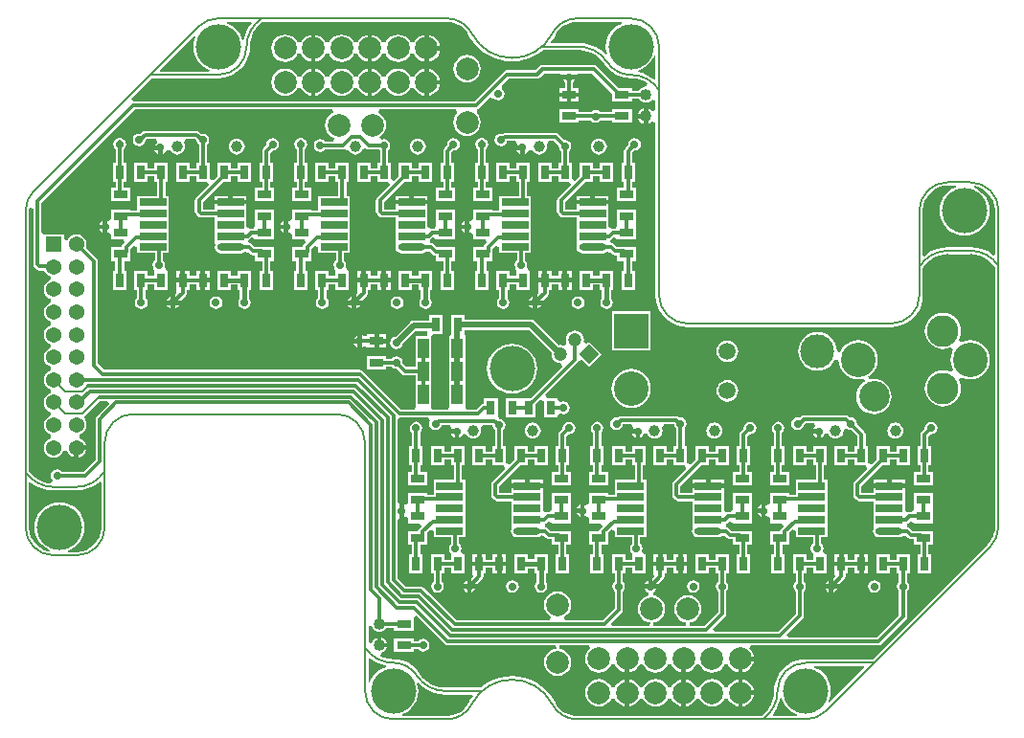
<source format=gtl>
G04*
G04 #@! TF.GenerationSoftware,Altium Limited,Altium Designer,20.1.10 (176)*
G04*
G04 Layer_Physical_Order=1*
G04 Layer_Color=5064179*
%FSAX42Y42*%
%MOMM*%
G71*
G04*
G04 #@! TF.SameCoordinates,63434018-A3C6-436E-83B0-3C2E02A57827*
G04*
G04*
G04 #@! TF.FilePolarity,Positive*
G04*
G01*
G75*
%ADD12C,0.20*%
%ADD15C,0.40*%
%ADD36R,1.30X0.80*%
%ADD37R,1.00X1.70*%
%ADD38R,0.80X1.30*%
%ADD39R,2.41X0.64*%
%ADD40O,2.41X0.64*%
%ADD41C,0.30*%
%ADD42C,0.50*%
%ADD43C,0.38*%
%ADD44C,3.05*%
%ADD45C,2.79*%
%ADD46R,3.05X3.05*%
%ADD47C,1.37*%
%ADD48R,1.37X1.37*%
%ADD49C,1.20*%
%ADD50P,1.70X4X270.0*%
%ADD51C,1.02*%
%ADD52C,1.00*%
%ADD53C,0.70*%
%ADD54C,1.50*%
%ADD55C,2.70*%
%ADD56C,3.00*%
%ADD57C,2.00*%
%ADD58C,4.00*%
G36*
X005370Y006302D02*
X005362Y006299D01*
X005324Y006279D01*
X005290Y006251D01*
X005263Y006218D01*
X005242Y006180D01*
X005230Y006138D01*
X005226Y006095D01*
X005230Y006052D01*
X005237Y006029D01*
X005226Y006022D01*
X005220Y006029D01*
X005180Y006063D01*
X005136Y006090D01*
X005088Y006110D01*
X005037Y006122D01*
X004986Y006126D01*
X004963Y006124D01*
X004961Y006125D01*
X004748D01*
X004742Y006137D01*
X004770Y006180D01*
X004773Y006185D01*
X004779Y006196D01*
X004779D01*
X004779Y006196D01*
X004791Y006217D01*
X004818Y006250D01*
X004851Y006278D01*
X004889Y006298D01*
X004930Y006311D01*
X004961Y006314D01*
X004973Y006314D01*
Y006314D01*
X004973Y006314D01*
X005368D01*
X005370Y006302D01*
D02*
G37*
G36*
X002094Y006303D02*
X002083Y006290D01*
X002056Y006245D01*
X002036Y006197D01*
X002025Y006154D01*
X002012Y006154D01*
X002004Y006180D01*
X001984Y006218D01*
X001957Y006251D01*
X001923Y006279D01*
X001885Y006299D01*
X001877Y006302D01*
X001879Y006314D01*
X002089D01*
X002094Y006303D01*
D02*
G37*
G36*
X001600Y006187D02*
X001596Y006180D01*
X001583Y006138D01*
X001579Y006095D01*
X001583Y006052D01*
X001596Y006010D01*
X001616Y005972D01*
X001644Y005939D01*
X001677Y005911D01*
X001716Y005891D01*
X001723Y005889D01*
X001721Y005876D01*
X001287D01*
X001282Y005888D01*
X001590Y006195D01*
X001600Y006187D01*
D02*
G37*
G36*
X005666Y006017D02*
Y005807D01*
X005655Y005801D01*
X005641Y005813D01*
X005597Y005840D01*
X005549Y005860D01*
X005507Y005870D01*
X005506Y005883D01*
X005531Y005891D01*
X005569Y005911D01*
X005603Y005939D01*
X005630Y005972D01*
X005651Y006010D01*
X005653Y006019D01*
X005666Y006017D01*
D02*
G37*
G36*
X003820Y006314D02*
Y006314D01*
X003849Y006312D01*
X003863Y006311D01*
X003904Y006298D01*
X003942Y006278D01*
X003975Y006250D01*
X004000Y006220D01*
X004014Y006196D01*
X004023Y006180D01*
X004029Y006172D01*
X004055Y006133D01*
X004092Y006090D01*
X004134Y006053D01*
X004181Y006022D01*
X004232Y005997D01*
X004285Y005979D01*
X004340Y005968D01*
X004397Y005964D01*
X004453Y005968D01*
X004508Y005979D01*
X004562Y005997D01*
X004612Y006022D01*
X004659Y006053D01*
X004671Y006063D01*
X004934D01*
X004964Y006063D01*
X004964Y006063D01*
X004993Y006064D01*
X005028Y006061D01*
X005069Y006051D01*
X005108Y006035D01*
X005144Y006013D01*
X005176Y005986D01*
X005194Y005965D01*
X005211Y005942D01*
X005219Y005930D01*
X005229Y005919D01*
X005248Y005896D01*
X005282Y005868D01*
X005319Y005845D01*
X005360Y005828D01*
X005403Y005818D01*
X005447Y005814D01*
Y005814D01*
X005476Y005812D01*
X005489Y005811D01*
X005530Y005801D01*
X005569Y005785D01*
X005594Y005770D01*
X005584Y005741D01*
X005580Y005741D01*
X005562Y005739D01*
X005544Y005732D01*
X005530Y005720D01*
X005518Y005706D01*
X005518Y005706D01*
X005455D01*
Y005730D01*
X005335D01*
X005145Y005920D01*
X005134Y005928D01*
X005120Y005931D01*
X004929D01*
X004929Y005931D01*
X004662D01*
X004649Y005928D01*
X004637Y005920D01*
X004603Y005886D01*
X004351D01*
X004337Y005883D01*
X004326Y005875D01*
X004180Y005729D01*
X004180Y005729D01*
X004061Y005611D01*
X001050D01*
X001048Y005610D01*
X001033Y005638D01*
X001210Y005815D01*
X001800D01*
X001801Y005814D01*
Y005814D01*
X001844Y005818D01*
X001887Y005828D01*
X001928Y005845D01*
X001966Y005868D01*
X001999Y005896D01*
X002028Y005930D01*
X002051Y005968D01*
X002068Y006008D01*
X002078Y006051D01*
X002081Y006095D01*
X002081D01*
X002083Y006124D01*
X002084Y006137D01*
X002094Y006178D01*
X002110Y006217D01*
X002132Y006253D01*
X002160Y006286D01*
X002192Y006313D01*
X002194Y006314D01*
X003820D01*
X003820Y006314D01*
D02*
G37*
G36*
X004834Y005845D02*
X004966D01*
X004977Y005859D01*
X005105D01*
X005285Y005680D01*
Y005610D01*
X005455D01*
Y005634D01*
X005518D01*
X005518Y005634D01*
X005530Y005620D01*
X005544Y005608D01*
X005562Y005601D01*
X005580Y005599D01*
X005598Y005601D01*
X005616Y005608D01*
X005630Y005620D01*
X005636Y005627D01*
X005666Y005618D01*
Y005532D01*
X005636Y005523D01*
X005630Y005530D01*
X005616Y005541D01*
X005600Y005548D01*
Y005479D01*
Y005411D01*
X005616Y005418D01*
X005630Y005429D01*
X005636Y005436D01*
X005666Y005427D01*
Y003895D01*
X005666Y003895D01*
X005666D01*
X005669Y003851D01*
X005680Y003808D01*
X005696Y003767D01*
X005719Y003730D01*
X005748Y003696D01*
X005782Y003668D01*
X005819Y003645D01*
X005860Y003628D01*
X005903Y003618D01*
X005947Y003614D01*
Y003614D01*
X005947Y003614D01*
X007747D01*
X007747Y003614D01*
Y003614D01*
X007791Y003618D01*
X007833Y003628D01*
X007874Y003645D01*
X007912Y003668D01*
X007945Y003696D01*
X007974Y003730D01*
X007997Y003767D01*
X008014Y003808D01*
X008024Y003851D01*
X008028Y003895D01*
X008027D01*
X008027Y003895D01*
Y004138D01*
X008034Y004148D01*
X008061Y004181D01*
X008093Y004208D01*
X008129Y004230D01*
X008168Y004246D01*
X008209Y004256D01*
X008251Y004260D01*
X008252Y004259D01*
X008447D01*
X008447Y004260D01*
X008489Y004256D01*
X008530Y004246D01*
X008569Y004230D01*
X008605Y004208D01*
X008637Y004181D01*
X008665Y004148D01*
X008666Y004146D01*
Y001849D01*
X008666Y001849D01*
X008666D01*
X008664Y001820D01*
X008662Y001806D01*
X008650Y001764D01*
X008629Y001726D01*
X008621Y001716D01*
X008602Y001693D01*
X008581Y001672D01*
X007585Y000676D01*
X007573Y000675D01*
X007572Y000676D01*
X006993D01*
Y000676D01*
X006949Y000672D01*
X006906Y000662D01*
X006866Y000645D01*
X006828Y000622D01*
X006794Y000594D01*
X006766Y000560D01*
X006743Y000523D01*
X006726Y000482D01*
X006716Y000439D01*
X006712Y000395D01*
X006712D01*
X006710Y000366D01*
X006709Y000353D01*
X006699Y000312D01*
X006683Y000273D01*
X006661Y000237D01*
X006634Y000204D01*
X006602Y000177D01*
X006599Y000176D01*
X004973D01*
X004973Y000176D01*
Y000176D01*
X004944Y000178D01*
X004930Y000179D01*
X004889Y000192D01*
X004851Y000212D01*
X004818Y000240D01*
X004793Y000270D01*
X004779Y000294D01*
X004770Y000310D01*
X004765Y000318D01*
X004739Y000357D01*
X004701Y000400D01*
X004659Y000437D01*
X004612Y000468D01*
X004562Y000493D01*
X004508Y000511D01*
X004453Y000522D01*
X004397Y000526D01*
X004340Y000522D01*
X004285Y000511D01*
X004232Y000493D01*
X004181Y000468D01*
X004134Y000437D01*
X004121Y000426D01*
X003838D01*
X003808Y000426D01*
X003808Y000426D01*
X003808Y000426D01*
Y000426D01*
X003779Y000428D01*
X003765Y000429D01*
X003724Y000439D01*
X003685Y000455D01*
X003649Y000477D01*
X003617Y000504D01*
X003600Y000525D01*
X003582Y000548D01*
X003574Y000560D01*
X003564Y000571D01*
X003545Y000594D01*
X003512Y000622D01*
X003474Y000645D01*
X003433Y000662D01*
X003391Y000672D01*
X003347Y000676D01*
X003317Y000678D01*
X003304Y000679D01*
X003263Y000689D01*
X003236Y000700D01*
X003240Y000731D01*
X003243Y000731D01*
X003261Y000738D01*
X003275Y000750D01*
X003287Y000764D01*
X003293Y000780D01*
X003225D01*
Y000800D01*
X003205D01*
Y000868D01*
X003189Y000862D01*
X003175Y000850D01*
X003163Y000836D01*
X003156Y000818D01*
X003127Y000824D01*
Y000966D01*
X003156Y000972D01*
X003163Y000955D01*
X003175Y000940D01*
X003189Y000929D01*
X003207Y000922D01*
X003225Y000919D01*
X003243Y000922D01*
X003261Y000929D01*
X003275Y000940D01*
X003287Y000955D01*
X003355D01*
Y000930D01*
X003525D01*
Y001046D01*
X003549Y001065D01*
X003804Y000810D01*
X003815Y000802D01*
X003829Y000799D01*
X004755D01*
X004785Y000799D01*
Y000799D01*
D01*
X004787Y000769D01*
X004784Y000769D01*
X004769Y000767D01*
X004739Y000755D01*
X004714Y000736D01*
X004695Y000711D01*
X004683Y000681D01*
X004679Y000650D01*
X004683Y000619D01*
X004695Y000589D01*
X004714Y000564D01*
X004739Y000545D01*
X004769Y000533D01*
X004800Y000529D01*
X004831Y000533D01*
X004861Y000545D01*
X004886Y000564D01*
X004905Y000589D01*
X004917Y000619D01*
X004921Y000650D01*
X004917Y000681D01*
X004905Y000711D01*
X004886Y000736D01*
X004861Y000755D01*
X004831Y000767D01*
X004816Y000769D01*
X004813Y000769D01*
X004815Y000799D01*
X004845Y000799D01*
X005074D01*
X005084Y000769D01*
X005079Y000766D01*
X005060Y000741D01*
X005048Y000711D01*
X005044Y000680D01*
X005048Y000649D01*
X005060Y000619D01*
X005079Y000594D01*
X005104Y000575D01*
X005134Y000563D01*
X005165Y000559D01*
X005196Y000563D01*
X005226Y000575D01*
X005251Y000594D01*
X005270Y000619D01*
X005274Y000629D01*
X005306D01*
X005310Y000619D01*
X005329Y000594D01*
X005354Y000575D01*
X005384Y000563D01*
X005395Y000562D01*
Y000680D01*
X005435D01*
Y000562D01*
X005446Y000563D01*
X005476Y000575D01*
X005501Y000594D01*
X005520Y000619D01*
X005524Y000629D01*
X005556D01*
X005560Y000619D01*
X005579Y000594D01*
X005604Y000575D01*
X005634Y000563D01*
X005665Y000559D01*
X005696Y000563D01*
X005726Y000575D01*
X005751Y000594D01*
X005770Y000619D01*
X005774Y000629D01*
X005806D01*
X005810Y000619D01*
X005829Y000594D01*
X005854Y000575D01*
X005884Y000563D01*
X005895Y000562D01*
Y000680D01*
X005935D01*
Y000562D01*
X005946Y000563D01*
X005976Y000575D01*
X006001Y000594D01*
X006020Y000619D01*
X006024Y000629D01*
X006056D01*
X006060Y000619D01*
X006079Y000594D01*
X006104Y000575D01*
X006134Y000563D01*
X006165Y000559D01*
X006196Y000563D01*
X006226Y000575D01*
X006251Y000594D01*
X006270Y000619D01*
X006274Y000629D01*
X006306D01*
X006310Y000619D01*
X006329Y000594D01*
X006354Y000575D01*
X006384Y000563D01*
X006395Y000562D01*
Y000680D01*
X006415D01*
Y000700D01*
X006533D01*
X006532Y000711D01*
X006520Y000741D01*
X006501Y000766D01*
X006496Y000769D01*
X006506Y000799D01*
X007635D01*
X007649Y000802D01*
X007660Y000810D01*
X007878Y001027D01*
X007886Y001039D01*
X007888Y001053D01*
Y001278D01*
X007892Y001280D01*
X007905Y001299D01*
X007909Y001320D01*
X007905Y001341D01*
X007892Y001360D01*
X007888Y001362D01*
Y001435D01*
X007913D01*
Y001605D01*
X007793D01*
Y001555D01*
X007734D01*
Y001605D01*
X007614D01*
Y001435D01*
X007734D01*
Y001484D01*
X007793D01*
Y001435D01*
X007817D01*
Y001362D01*
X007813Y001360D01*
X007801Y001341D01*
X007797Y001320D01*
X007801Y001299D01*
X007813Y001280D01*
X007817Y001278D01*
Y001067D01*
X007620Y000871D01*
X006835D01*
X006824Y000898D01*
X006964Y001039D01*
X006972Y001050D01*
X006975Y001064D01*
Y001278D01*
X006979Y001280D01*
X006991Y001299D01*
X006995Y001320D01*
X006991Y001341D01*
X006979Y001360D01*
X006975Y001362D01*
Y001435D01*
X006999D01*
Y001484D01*
X007057D01*
Y001435D01*
X007177D01*
Y001605D01*
X007163D01*
X007146Y001634D01*
X007146Y001635D01*
X007150Y001655D01*
X007146Y001677D01*
X007134Y001695D01*
X007130Y001698D01*
Y001758D01*
X007185D01*
Y001858D01*
Y001958D01*
Y002058D01*
Y002158D01*
Y002262D01*
X007152D01*
Y002390D01*
X007176D01*
Y002560D01*
X007056D01*
Y002511D01*
X006999D01*
Y002560D01*
X006879D01*
Y002390D01*
X006999D01*
Y002439D01*
X007056D01*
Y002390D01*
X007081D01*
Y002262D01*
X006904D01*
Y002134D01*
X006845D01*
Y002147D01*
X006675D01*
Y002055D01*
X006645Y002039D01*
X006641Y002042D01*
X006640Y002042D01*
Y001990D01*
Y001938D01*
X006641Y001938D01*
X006645Y001941D01*
X006675Y001925D01*
Y001880D01*
X006782D01*
X006793Y001852D01*
X006778Y001837D01*
X006769Y001824D01*
X006766Y001810D01*
X006675D01*
Y001690D01*
X006709D01*
Y001605D01*
X006689D01*
Y001435D01*
X006809D01*
Y001605D01*
X006788D01*
Y001690D01*
X006845D01*
Y001767D01*
X006846Y001771D01*
Y001792D01*
X006876Y001822D01*
X006904Y001811D01*
Y001758D01*
X007059D01*
Y001698D01*
X007055Y001695D01*
X007043Y001677D01*
X007038Y001655D01*
X007043Y001634D01*
X007045Y001630D01*
X007057Y001605D01*
Y001555D01*
X006999D01*
Y001605D01*
X006879D01*
Y001435D01*
X006903D01*
Y001362D01*
X006899Y001360D01*
X006887Y001341D01*
X006883Y001320D01*
X006887Y001299D01*
X006899Y001280D01*
X006903Y001278D01*
Y001079D01*
X006745Y000921D01*
X006185D01*
X006174Y000948D01*
X006278Y001052D01*
X006286Y001064D01*
X006288Y001078D01*
Y001278D01*
X006292Y001280D01*
X006305Y001299D01*
X006309Y001320D01*
X006305Y001341D01*
X006292Y001360D01*
X006288Y001362D01*
Y001435D01*
X006313D01*
Y001605D01*
X006193D01*
Y001555D01*
X006134D01*
Y001605D01*
X006014D01*
Y001435D01*
X006134D01*
Y001484D01*
X006193D01*
Y001435D01*
X006217D01*
Y001362D01*
X006213Y001360D01*
X006201Y001341D01*
X006197Y001320D01*
X006201Y001299D01*
X006213Y001280D01*
X006217Y001278D01*
Y001092D01*
X006095Y000971D01*
X005995D01*
X005965Y000971D01*
X005963Y001001D01*
X005966Y001001D01*
X005981Y001003D01*
X006011Y001015D01*
X006036Y001034D01*
X006055Y001059D01*
X006067Y001089D01*
X006071Y001120D01*
X006067Y001151D01*
X006055Y001181D01*
X006036Y001206D01*
X006011Y001225D01*
X005981Y001237D01*
X005950Y001241D01*
X005919Y001237D01*
X005889Y001225D01*
X005864Y001206D01*
X005845Y001181D01*
X005833Y001151D01*
X005829Y001120D01*
X005833Y001089D01*
X005845Y001059D01*
X005864Y001034D01*
X005889Y001015D01*
X005919Y001003D01*
X005934Y001001D01*
X005937Y001001D01*
X005935Y000971D01*
X005905Y000971D01*
X005675D01*
X005645Y000971D01*
X005643Y001001D01*
X005646Y001001D01*
X005661Y001003D01*
X005691Y001015D01*
X005716Y001034D01*
X005735Y001059D01*
X005747Y001089D01*
X005751Y001120D01*
X005747Y001151D01*
X005735Y001181D01*
X005716Y001206D01*
X005691Y001225D01*
X005661Y001237D01*
X005646Y001239D01*
X005642Y001262D01*
X005643Y001270D01*
X005659Y001280D01*
X005671Y001299D01*
X005671Y001300D01*
X005567D01*
X005567Y001299D01*
X005579Y001280D01*
X005598Y001268D01*
X005601Y001267D01*
X005600Y001237D01*
X005599Y001237D01*
X005569Y001225D01*
X005544Y001206D01*
X005525Y001181D01*
X005513Y001151D01*
X005509Y001120D01*
X005513Y001089D01*
X005525Y001059D01*
X005544Y001034D01*
X005569Y001015D01*
X005599Y001003D01*
X005614Y001001D01*
X005617Y001001D01*
X005615Y000971D01*
X005585Y000971D01*
X005285D01*
X005274Y000998D01*
X005364Y001089D01*
X005372Y001100D01*
X005375Y001114D01*
Y001278D01*
X005379Y001280D01*
X005391Y001299D01*
X005395Y001320D01*
X005391Y001341D01*
X005379Y001360D01*
X005375Y001362D01*
Y001435D01*
X005399D01*
Y001484D01*
X005457D01*
Y001435D01*
X005577D01*
Y001605D01*
X005563D01*
X005546Y001634D01*
X005546Y001635D01*
X005550Y001655D01*
X005546Y001677D01*
X005534Y001695D01*
X005530Y001698D01*
Y001758D01*
X005585D01*
Y001858D01*
Y001958D01*
Y002058D01*
Y002158D01*
Y002262D01*
X005552D01*
Y002390D01*
X005576D01*
Y002560D01*
X005456D01*
Y002511D01*
X005399D01*
Y002560D01*
X005279D01*
Y002390D01*
X005399D01*
Y002439D01*
X005456D01*
Y002390D01*
X005481D01*
Y002262D01*
X005304D01*
Y002134D01*
X005245D01*
Y002147D01*
X005075D01*
Y002055D01*
X005045Y002039D01*
X005041Y002042D01*
X005040Y002042D01*
Y001990D01*
Y001938D01*
X005041Y001938D01*
X005045Y001941D01*
X005075Y001925D01*
Y001880D01*
X005182D01*
X005193Y001852D01*
X005178Y001837D01*
X005169Y001824D01*
X005166Y001810D01*
X005075D01*
Y001690D01*
X005109D01*
Y001605D01*
X005089D01*
Y001435D01*
X005209D01*
Y001605D01*
X005188D01*
Y001690D01*
X005245D01*
Y001767D01*
X005246Y001771D01*
Y001792D01*
X005276Y001822D01*
X005304Y001811D01*
Y001758D01*
X005459D01*
Y001698D01*
X005455Y001695D01*
X005443Y001677D01*
X005438Y001655D01*
X005443Y001634D01*
X005445Y001630D01*
X005457Y001605D01*
Y001555D01*
X005399D01*
Y001605D01*
X005279D01*
Y001435D01*
X005303D01*
Y001362D01*
X005299Y001360D01*
X005287Y001341D01*
X005283Y001320D01*
X005287Y001299D01*
X005299Y001280D01*
X005303Y001278D01*
Y001129D01*
X005195Y001021D01*
X004868D01*
X004861Y001049D01*
X004861Y001051D01*
X004886Y001069D01*
X004905Y001094D01*
X004917Y001124D01*
X004921Y001155D01*
X004917Y001186D01*
X004905Y001216D01*
X004886Y001241D01*
X004861Y001260D01*
X004831Y001272D01*
X004800Y001276D01*
X004769Y001272D01*
X004739Y001260D01*
X004714Y001241D01*
X004695Y001216D01*
X004683Y001186D01*
X004679Y001155D01*
X004683Y001124D01*
X004695Y001094D01*
X004714Y001069D01*
X004739Y001051D01*
X004739Y001049D01*
X004732Y001021D01*
X003906D01*
X003617Y001310D01*
X003605Y001318D01*
X003591Y001321D01*
X003456D01*
X003386Y001391D01*
Y001913D01*
X003400Y001924D01*
Y001990D01*
Y002056D01*
X003386Y002067D01*
Y002787D01*
X003404Y002814D01*
X003654D01*
X003670Y002784D01*
X003668Y002781D01*
X003664Y002760D01*
X003668Y002739D01*
X003680Y002720D01*
X003699Y002708D01*
X003720Y002704D01*
X003741Y002708D01*
X003760Y002720D01*
X003772Y002739D01*
X003774Y002749D01*
X003849D01*
X003862Y002719D01*
X003857Y002711D01*
X003857Y002710D01*
X003909D01*
Y002690D01*
X003929D01*
Y002638D01*
X003930Y002638D01*
X003949Y002650D01*
X003959Y002666D01*
X003972Y002668D01*
X003991Y002667D01*
X003992Y002665D01*
X004003Y002650D01*
X004018Y002639D01*
X004035Y002632D01*
X004053Y002629D01*
X004071Y002632D01*
X004088Y002639D01*
X004103Y002650D01*
X004114Y002665D01*
X004121Y002682D01*
X004124Y002700D01*
X004121Y002718D01*
X004121Y002719D01*
X004139Y002749D01*
X004223D01*
X004226Y002746D01*
X004230Y002725D01*
X004242Y002707D01*
X004246Y002704D01*
Y002560D01*
X004225D01*
Y002511D01*
X004166D01*
Y002560D01*
X004046D01*
Y002390D01*
X004166D01*
Y002439D01*
X004225D01*
Y002390D01*
X004322D01*
X004334Y002360D01*
X004225Y002250D01*
X004217Y002239D01*
X004214Y002225D01*
Y002128D01*
X004217Y002114D01*
X004225Y002102D01*
X004242Y002085D01*
X004254Y002077D01*
X004268Y002074D01*
X004389D01*
Y001958D01*
Y001858D01*
X004389D01*
X004392Y001829D01*
X004392Y001828D01*
X004388Y001810D01*
X004392Y001790D01*
X004404Y001773D01*
X004421Y001761D01*
X004441Y001757D01*
X004619D01*
X004639Y001761D01*
X004656Y001773D01*
X004684Y001766D01*
X004700Y001750D01*
X004711Y001742D01*
X004725Y001739D01*
X004745D01*
Y001690D01*
X004807D01*
Y001605D01*
X004783D01*
Y001435D01*
X004903D01*
Y001605D01*
X004878D01*
Y001690D01*
X004915D01*
Y001810D01*
X004808D01*
X004805Y001811D01*
X004740D01*
X004715Y001835D01*
X004704Y001843D01*
X004695Y001845D01*
X004692Y001846D01*
X004688Y001876D01*
X004694Y001877D01*
X004705Y001885D01*
X004715Y001895D01*
X004745Y001882D01*
Y001880D01*
X004915D01*
Y002000D01*
X004915D01*
Y002027D01*
X004915D01*
Y002147D01*
X004745D01*
Y002027D01*
X004745D01*
Y002006D01*
X004731Y001976D01*
X004710D01*
X004701Y001974D01*
X004689Y001979D01*
X004671Y001992D01*
Y002058D01*
Y002158D01*
Y002190D01*
X004530D01*
X004389D01*
Y002146D01*
X004286D01*
Y002210D01*
X004465Y002390D01*
X004535D01*
Y002439D01*
X004593D01*
Y002390D01*
X004713D01*
Y002560D01*
X004593D01*
Y002511D01*
X004535D01*
Y002560D01*
X004415D01*
Y002440D01*
X004375Y002400D01*
X004345Y002413D01*
Y002560D01*
X004317D01*
Y002704D01*
X004321Y002707D01*
X004334Y002725D01*
X004338Y002746D01*
X004334Y002768D01*
X004321Y002786D01*
X004303Y002798D01*
X004294Y002800D01*
X004279Y002809D01*
X004270Y002830D01*
Y002985D01*
X004150D01*
Y002936D01*
X004136Y002933D01*
X004125Y002925D01*
X004085Y002886D01*
X003992D01*
X003982Y002912D01*
X003982Y002916D01*
Y003118D01*
Y003324D01*
Y003534D01*
X003982D01*
X003975Y003550D01*
Y003589D01*
X004546D01*
X004746Y003389D01*
X004744Y003375D01*
X004747Y003354D01*
X004755Y003335D01*
X004768Y003318D01*
X004785Y003305D01*
X004804Y003297D01*
X004825Y003294D01*
X004827Y003295D01*
X004841Y003266D01*
X004560Y002985D01*
X004488D01*
Y002985D01*
X004460D01*
Y002985D01*
X004340D01*
Y002815D01*
X004460D01*
Y002815D01*
X004488D01*
Y002815D01*
X004608D01*
Y002932D01*
X004648Y002972D01*
X004678Y002960D01*
Y002815D01*
X004798D01*
Y002833D01*
X004828Y002849D01*
X004829Y002848D01*
X004850Y002844D01*
X004871Y002848D01*
X004890Y002860D01*
X004902Y002879D01*
X004906Y002900D01*
X004902Y002921D01*
X004890Y002940D01*
X004871Y002952D01*
X004850Y002956D01*
X004829Y002952D01*
X004828Y002951D01*
X004798Y002967D01*
Y002985D01*
X004703D01*
X004690Y003015D01*
X004977Y003302D01*
X004985Y003313D01*
X004985Y003313D01*
X005016Y003324D01*
X005079Y003262D01*
X005192Y003375D01*
X005079Y003488D01*
X005056Y003465D01*
X005031Y003481D01*
X005030Y003482D01*
X005033Y003502D01*
X005030Y003523D01*
X005022Y003542D01*
X005009Y003559D01*
X004992Y003572D01*
X004973Y003580D01*
X004952Y003583D01*
X004931Y003580D01*
X004912Y003572D01*
X004895Y003559D01*
X004882Y003542D01*
X004874Y003523D01*
X004871Y003502D01*
X004874Y003481D01*
X004878Y003471D01*
X004856Y003449D01*
X004846Y003453D01*
X004825Y003456D01*
X004811Y003454D01*
X004597Y003667D01*
X004583Y003677D01*
X004565Y003681D01*
X003975D01*
Y003720D01*
X003855D01*
Y003550D01*
X003842Y003534D01*
X003842D01*
Y003324D01*
Y003118D01*
Y002916D01*
X003842Y002912D01*
X003833Y002886D01*
X003692D01*
X003682Y002912D01*
X003682Y002916D01*
Y003118D01*
Y003324D01*
Y003520D01*
X003682Y003534D01*
X003706Y003550D01*
X003785D01*
Y003720D01*
X003665D01*
Y003671D01*
X003525D01*
X003507Y003667D01*
X003493Y003657D01*
X003364Y003529D01*
X003354Y003527D01*
X003335Y003515D01*
X003323Y003496D01*
X003319Y003475D01*
X003323Y003454D01*
X003335Y003435D01*
X003354Y003423D01*
X003375Y003419D01*
X003396Y003423D01*
X003415Y003435D01*
X003427Y003454D01*
X003429Y003464D01*
X003544Y003579D01*
X003644D01*
X003648Y003575D01*
X003645Y003536D01*
X003642Y003534D01*
X003542D01*
Y003324D01*
Y003261D01*
X003465D01*
X003430Y003295D01*
X003431Y003300D01*
X003427Y003321D01*
X003415Y003340D01*
X003396Y003352D01*
X003375Y003356D01*
X003354Y003352D01*
X003335Y003340D01*
X003333Y003336D01*
X003285D01*
Y003360D01*
X003115D01*
Y003240D01*
X003285D01*
Y003264D01*
X003333D01*
X003335Y003260D01*
X003354Y003248D01*
X003375Y003244D01*
X003380Y003245D01*
X003425Y003200D01*
X003436Y003192D01*
X003450Y003189D01*
X003542D01*
Y003118D01*
Y002916D01*
X003542Y002912D01*
X003533Y002886D01*
X003418D01*
X003079Y003225D01*
X003067Y003233D01*
X003054Y003236D01*
X000790D01*
X000736Y003290D01*
Y004193D01*
X000733Y004207D01*
X000725Y004219D01*
X000629Y004315D01*
X000633Y004324D01*
X000636Y004347D01*
X000633Y004370D01*
X000624Y004391D01*
X000610Y004410D01*
X000591Y004424D01*
X000570Y004433D01*
X000547Y004436D01*
X000523Y004433D01*
X000502Y004424D01*
X000483Y004410D01*
X000469Y004391D01*
X000465Y004382D01*
X000435Y004388D01*
Y004435D01*
X000266D01*
X000258Y004435D01*
X000236Y004454D01*
Y004710D01*
X001065Y005539D01*
X002809D01*
X002815Y005509D01*
X002804Y005505D01*
X002779Y005486D01*
X002760Y005461D01*
X002748Y005431D01*
X002744Y005400D01*
X002748Y005369D01*
X002760Y005339D01*
X002779Y005314D01*
X002804Y005295D01*
X002827Y005286D01*
X002821Y005256D01*
X002742D01*
X002740Y005260D01*
X002721Y005272D01*
X002700Y005276D01*
X002679Y005272D01*
X002660Y005260D01*
X002648Y005241D01*
X002644Y005220D01*
X002648Y005199D01*
X002660Y005180D01*
X002679Y005168D01*
X002700Y005164D01*
X002721Y005168D01*
X002740Y005180D01*
X002742Y005184D01*
X002900D01*
X002913Y005187D01*
X002915Y005187D01*
X002944Y005179D01*
X002948Y005176D01*
X002949Y005175D01*
X002960Y005160D01*
X002975Y005149D01*
X002992Y005142D01*
X003010Y005139D01*
X003028Y005142D01*
X003045Y005149D01*
X003060Y005160D01*
X003071Y005175D01*
X003074Y005183D01*
X003098Y005192D01*
X003109Y005192D01*
X003116Y005187D01*
X003130Y005184D01*
X003223D01*
X003225Y005180D01*
X003229Y005178D01*
Y005070D01*
X003205D01*
Y005021D01*
X003146D01*
Y005070D01*
X003026D01*
Y004900D01*
X003146D01*
Y004949D01*
X003205D01*
Y004900D01*
X003302D01*
X003314Y004870D01*
X003205Y004760D01*
X003197Y004749D01*
X003194Y004735D01*
Y004638D01*
X003197Y004624D01*
X003205Y004612D01*
X003222Y004595D01*
X003234Y004587D01*
X003248Y004584D01*
X003369D01*
Y004468D01*
Y004368D01*
X003369D01*
X003372Y004339D01*
X003372Y004338D01*
X003368Y004320D01*
X003372Y004300D01*
X003384Y004283D01*
X003401Y004271D01*
X003421Y004267D01*
X003599D01*
X003619Y004271D01*
X003636Y004283D01*
X003665Y004284D01*
X003695Y004254D01*
X003707Y004246D01*
X003721Y004244D01*
X003725D01*
Y004200D01*
X003787D01*
Y004115D01*
X003763D01*
Y003945D01*
X003883D01*
Y004115D01*
X003858D01*
Y004200D01*
X003895D01*
Y004320D01*
X003730D01*
X003705Y004345D01*
X003694Y004353D01*
X003680Y004356D01*
X003675D01*
X003674Y004356D01*
X003670Y004386D01*
X003674Y004387D01*
X003685Y004395D01*
X003695Y004405D01*
X003725Y004392D01*
Y004390D01*
X003895D01*
Y004510D01*
X003895D01*
Y004537D01*
X003895D01*
Y004657D01*
X003725D01*
Y004537D01*
X003725D01*
Y004516D01*
X003711Y004486D01*
X003690D01*
X003681Y004484D01*
X003669Y004489D01*
X003651Y004502D01*
Y004568D01*
Y004668D01*
Y004700D01*
X003510D01*
X003369D01*
Y004656D01*
X003266D01*
Y004720D01*
X003445Y004900D01*
X003515D01*
Y004949D01*
X003573D01*
Y004900D01*
X003693D01*
Y005070D01*
X003573D01*
Y005021D01*
X003515D01*
Y005070D01*
X003395D01*
Y004950D01*
X003355Y004910D01*
X003325Y004923D01*
Y005070D01*
X003301D01*
Y005178D01*
X003304Y005180D01*
X003317Y005199D01*
X003321Y005220D01*
X003317Y005241D01*
X003304Y005260D01*
X003286Y005272D01*
X003265Y005276D01*
X003243Y005272D01*
X003228Y005297D01*
X003251Y005314D01*
X003270Y005339D01*
X003282Y005369D01*
X003286Y005400D01*
X003282Y005431D01*
X003270Y005461D01*
X003251Y005486D01*
X003226Y005505D01*
X003215Y005509D01*
X003221Y005539D01*
X003903D01*
X003913Y005515D01*
X003913Y005509D01*
X003895Y005486D01*
X003883Y005456D01*
X003879Y005425D01*
X003883Y005394D01*
X003895Y005364D01*
X003914Y005339D01*
X003939Y005320D01*
X003969Y005308D01*
X004000Y005304D01*
X004031Y005308D01*
X004061Y005320D01*
X004086Y005339D01*
X004105Y005364D01*
X004117Y005394D01*
X004121Y005425D01*
X004117Y005456D01*
X004105Y005486D01*
X004086Y005511D01*
X004086Y005511D01*
X004089Y005539D01*
X004092Y005544D01*
X004101Y005550D01*
X004197Y005645D01*
X004233Y005639D01*
X004235Y005635D01*
X004254Y005623D01*
X004275Y005619D01*
X004296Y005623D01*
X004315Y005635D01*
X004327Y005654D01*
X004331Y005675D01*
X004327Y005696D01*
X004315Y005715D01*
X004311Y005717D01*
X004305Y005753D01*
X004366Y005814D01*
X004617D01*
X004631Y005817D01*
X004643Y005825D01*
X004677Y005859D01*
X004823D01*
X004834Y005845D01*
D02*
G37*
G36*
X008320Y004852D02*
X008312Y004849D01*
X008274Y004829D01*
X008240Y004801D01*
X008213Y004768D01*
X008192Y004730D01*
X008180Y004688D01*
X008176Y004645D01*
X008180Y004602D01*
X008192Y004560D01*
X008213Y004522D01*
X008240Y004489D01*
X008274Y004461D01*
X008312Y004441D01*
X008354Y004428D01*
X008397Y004424D01*
X008440Y004428D01*
X008481Y004441D01*
X008519Y004461D01*
X008553Y004489D01*
X008580Y004522D01*
X008601Y004560D01*
X008613Y004602D01*
X008618Y004645D01*
X008613Y004688D01*
X008601Y004730D01*
X008580Y004768D01*
X008553Y004801D01*
X008519Y004829D01*
X008481Y004849D01*
X008485Y004861D01*
X008490Y004861D01*
X008531Y004848D01*
X008569Y004828D01*
X008602Y004800D01*
X008629Y004767D01*
X008650Y004729D01*
X008662Y004688D01*
X008665Y004657D01*
X008666Y004645D01*
X008666D01*
X008666Y004645D01*
Y004252D01*
X008655Y004246D01*
X008641Y004258D01*
X008597Y004285D01*
X008549Y004305D01*
X008498Y004317D01*
X008447Y004321D01*
Y004321D01*
X008447Y004321D01*
X008252D01*
X008252Y004321D01*
Y004321D01*
X008200Y004317D01*
X008149Y004305D01*
X008101Y004285D01*
X008057Y004258D01*
X008039Y004242D01*
X008027Y004247D01*
Y004645D01*
X008027Y004645D01*
X008027D01*
X008028Y004657D01*
X008031Y004688D01*
X008044Y004729D01*
X008064Y004767D01*
X008091Y004800D01*
X008125Y004828D01*
X008163Y004848D01*
X008204Y004861D01*
X008234Y004864D01*
X008247Y004864D01*
Y004864D01*
X008247Y004864D01*
X008318D01*
X008320Y004852D01*
D02*
G37*
G36*
X000164Y004659D02*
Y004168D01*
X000167Y004154D01*
X000175Y004142D01*
X000192Y004125D01*
X000204Y004117D01*
X000218Y004114D01*
X000264D01*
X000269Y004102D01*
X000283Y004084D01*
X000302Y004069D01*
X000319Y004062D01*
X000321Y004047D01*
X000319Y004031D01*
X000302Y004024D01*
X000283Y004010D01*
X000269Y003991D01*
X000260Y003970D01*
X000257Y003947D01*
X000260Y003924D01*
X000269Y003902D01*
X000283Y003884D01*
X000302Y003869D01*
X000319Y003862D01*
X000321Y003847D01*
X000319Y003831D01*
X000302Y003824D01*
X000283Y003810D01*
X000269Y003791D01*
X000260Y003770D01*
X000257Y003747D01*
X000260Y003724D01*
X000269Y003702D01*
X000283Y003684D01*
X000302Y003669D01*
X000319Y003662D01*
X000321Y003647D01*
X000319Y003631D01*
X000302Y003624D01*
X000283Y003610D01*
X000269Y003591D01*
X000260Y003570D01*
X000257Y003547D01*
X000260Y003524D01*
X000269Y003502D01*
X000283Y003484D01*
X000302Y003469D01*
X000319Y003462D01*
X000321Y003447D01*
X000319Y003431D01*
X000302Y003424D01*
X000283Y003410D01*
X000269Y003391D01*
X000260Y003370D01*
X000257Y003347D01*
X000260Y003324D01*
X000269Y003302D01*
X000283Y003284D01*
X000302Y003269D01*
X000319Y003262D01*
X000321Y003247D01*
X000319Y003231D01*
X000302Y003224D01*
X000283Y003210D01*
X000269Y003191D01*
X000260Y003170D01*
X000257Y003147D01*
X000260Y003124D01*
X000269Y003102D01*
X000283Y003084D01*
X000302Y003069D01*
X000319Y003062D01*
X000321Y003047D01*
X000319Y003031D01*
X000302Y003024D01*
X000283Y003010D01*
X000269Y002991D01*
X000260Y002970D01*
X000257Y002947D01*
X000260Y002924D01*
X000269Y002902D01*
X000283Y002884D01*
X000302Y002869D01*
X000319Y002862D01*
X000321Y002847D01*
X000319Y002831D01*
X000302Y002824D01*
X000283Y002810D01*
X000269Y002791D01*
X000260Y002770D01*
X000257Y002747D01*
X000260Y002724D01*
X000269Y002702D01*
X000283Y002684D01*
X000302Y002669D01*
X000319Y002662D01*
X000321Y002647D01*
X000319Y002631D01*
X000302Y002624D01*
X000283Y002610D01*
X000269Y002591D01*
X000260Y002570D01*
X000257Y002547D01*
X000260Y002524D01*
X000269Y002502D01*
X000283Y002484D01*
X000302Y002469D01*
X000323Y002460D01*
X000347Y002457D01*
X000370Y002460D01*
X000391Y002469D01*
X000410Y002484D01*
X000424Y002502D01*
X000431Y002519D01*
X000447Y002522D01*
X000462Y002519D01*
X000469Y002502D01*
X000483Y002484D01*
X000502Y002469D01*
X000523Y002460D01*
X000527Y002460D01*
Y002547D01*
X000547D01*
Y002567D01*
X000633D01*
X000633Y002570D01*
X000624Y002591D01*
X000610Y002610D01*
X000591Y002624D01*
X000574Y002631D01*
X000572Y002647D01*
X000574Y002662D01*
X000591Y002669D01*
X000610Y002684D01*
X000624Y002702D01*
X000633Y002724D01*
X000636Y002747D01*
X000633Y002770D01*
X000624Y002791D01*
X000622Y002794D01*
X000620Y002824D01*
X000627Y002834D01*
X000754Y002961D01*
X000821D01*
X000833Y002933D01*
X000725Y002825D01*
X000717Y002814D01*
X000714Y002800D01*
Y002440D01*
X000610Y002336D01*
X000417D01*
X000415Y002340D01*
X000396Y002352D01*
X000375Y002356D01*
X000354Y002352D01*
X000335Y002340D01*
X000323Y002321D01*
X000319Y002300D01*
X000323Y002279D01*
X000335Y002261D01*
X000333Y002255D01*
X000323Y002232D01*
X000304Y002234D01*
X000263Y002244D01*
X000224Y002260D01*
X000188Y002282D01*
X000156Y002309D01*
X000129Y002342D01*
X000127Y002344D01*
Y004611D01*
X000127Y004641D01*
X000132Y004670D01*
X000134Y004674D01*
X000134Y004674D01*
X000164Y004659D01*
D02*
G37*
G36*
X000766Y002243D02*
Y001845D01*
X000766Y001845D01*
X000766D01*
X000765Y001833D01*
X000762Y001802D01*
X000750Y001761D01*
X000729Y001723D01*
X000702Y001690D01*
X000669Y001662D01*
X000631Y001642D01*
X000590Y001629D01*
X000559Y001626D01*
X000547Y001626D01*
Y001626D01*
X000547Y001626D01*
X000475D01*
X000473Y001638D01*
X000481Y001641D01*
X000519Y001661D01*
X000553Y001689D01*
X000580Y001722D01*
X000601Y001760D01*
X000613Y001802D01*
X000618Y001845D01*
X000613Y001888D01*
X000601Y001930D01*
X000580Y001968D01*
X000553Y002001D01*
X000519Y002029D01*
X000481Y002049D01*
X000440Y002062D01*
X000397Y002066D01*
X000354Y002062D01*
X000312Y002049D01*
X000274Y002029D01*
X000240Y002001D01*
X000213Y001968D01*
X000192Y001930D01*
X000180Y001888D01*
X000176Y001845D01*
X000180Y001802D01*
X000192Y001760D01*
X000213Y001722D01*
X000240Y001689D01*
X000274Y001661D01*
X000312Y001641D01*
X000308Y001629D01*
X000304Y001629D01*
X000263Y001642D01*
X000225Y001662D01*
X000191Y001690D01*
X000164Y001723D01*
X000144Y001761D01*
X000131Y001802D01*
X000128Y001833D01*
X000127Y001845D01*
X000127D01*
X000127Y001845D01*
Y002238D01*
X000139Y002244D01*
X000152Y002232D01*
X000196Y002205D01*
X000244Y002185D01*
X000295Y002173D01*
X000347Y002169D01*
Y002169D01*
X000347Y002169D01*
X000542D01*
X000542Y002169D01*
Y002169D01*
X000593Y002173D01*
X000644Y002185D01*
X000692Y002205D01*
X000736Y002232D01*
X000755Y002248D01*
X000766Y002243D01*
D02*
G37*
G36*
X003152Y000677D02*
X003196Y000650D01*
X003244Y000630D01*
X003287Y000620D01*
X003287Y000607D01*
X003262Y000599D01*
X003224Y000579D01*
X003190Y000551D01*
X003163Y000518D01*
X003142Y000480D01*
X003140Y000471D01*
X003127Y000473D01*
Y000683D01*
X003139Y000689D01*
X003152Y000677D01*
D02*
G37*
G36*
X007511Y000603D02*
X007204Y000295D01*
X007193Y000303D01*
X007197Y000310D01*
X007210Y000352D01*
X007214Y000395D01*
X007210Y000438D01*
X007197Y000480D01*
X007177Y000518D01*
X007149Y000551D01*
X007116Y000579D01*
X007078Y000599D01*
X007070Y000602D01*
X007071Y000614D01*
X007506D01*
X007511Y000603D01*
D02*
G37*
G36*
X003574Y000461D02*
X003613Y000427D01*
X003657Y000400D01*
X003705Y000380D01*
X003756Y000368D01*
X003808Y000364D01*
X003808Y000364D01*
X004044D01*
X004051Y000352D01*
X004023Y000310D01*
X004021Y000305D01*
X004014Y000294D01*
X004014D01*
X004014Y000294D01*
X004003Y000273D01*
X003975Y000240D01*
X003942Y000212D01*
X003904Y000192D01*
X003863Y000179D01*
X003832Y000176D01*
X003820Y000176D01*
Y000176D01*
X003820Y000176D01*
X003425D01*
X003423Y000188D01*
X003431Y000191D01*
X003469Y000211D01*
X003503Y000239D01*
X003530Y000272D01*
X003551Y000310D01*
X003563Y000352D01*
X003568Y000395D01*
X003563Y000438D01*
X003556Y000461D01*
X003568Y000468D01*
X003574Y000461D01*
D02*
G37*
G36*
X006789Y000310D02*
X006809Y000272D01*
X006837Y000239D01*
X006870Y000211D01*
X006908Y000191D01*
X006917Y000188D01*
X006915Y000176D01*
X006705D01*
X006700Y000187D01*
X006711Y000200D01*
X006738Y000245D01*
X006758Y000293D01*
X006768Y000335D01*
X006781Y000335D01*
X006789Y000310D01*
D02*
G37*
%LPC*%
G36*
X003390Y006201D02*
X003359Y006197D01*
X003329Y006185D01*
X003304Y006166D01*
X003285Y006141D01*
X003281Y006131D01*
X003249D01*
X003245Y006141D01*
X003226Y006166D01*
X003201Y006185D01*
X003171Y006197D01*
X003160Y006198D01*
Y006080D01*
Y005962D01*
X003171Y005963D01*
X003201Y005975D01*
X003226Y005994D01*
X003245Y006019D01*
X003249Y006029D01*
X003281D01*
X003285Y006019D01*
X003304Y005994D01*
X003329Y005975D01*
X003359Y005963D01*
X003390Y005959D01*
X003421Y005963D01*
X003451Y005975D01*
X003476Y005994D01*
X003495Y006019D01*
X003499Y006029D01*
X003531D01*
X003535Y006019D01*
X003554Y005994D01*
X003579Y005975D01*
X003609Y005963D01*
X003620Y005962D01*
Y006080D01*
Y006198D01*
X003609Y006197D01*
X003579Y006185D01*
X003554Y006166D01*
X003535Y006141D01*
X003531Y006131D01*
X003499D01*
X003495Y006141D01*
X003476Y006166D01*
X003451Y006185D01*
X003421Y006197D01*
X003390Y006201D01*
D02*
G37*
G36*
X002890D02*
X002859Y006197D01*
X002829Y006185D01*
X002804Y006166D01*
X002785Y006141D01*
X002781Y006131D01*
X002749D01*
X002745Y006141D01*
X002726Y006166D01*
X002701Y006185D01*
X002671Y006197D01*
X002660Y006198D01*
Y006080D01*
Y005962D01*
X002671Y005963D01*
X002701Y005975D01*
X002726Y005994D01*
X002745Y006019D01*
X002749Y006029D01*
X002781D01*
X002785Y006019D01*
X002804Y005994D01*
X002829Y005975D01*
X002859Y005963D01*
X002890Y005959D01*
X002921Y005963D01*
X002951Y005975D01*
X002976Y005994D01*
X002995Y006019D01*
X002999Y006029D01*
X003031D01*
X003035Y006019D01*
X003054Y005994D01*
X003079Y005975D01*
X003109Y005963D01*
X003120Y005962D01*
Y006080D01*
Y006198D01*
X003109Y006197D01*
X003079Y006185D01*
X003054Y006166D01*
X003035Y006141D01*
X003031Y006131D01*
X002999D01*
X002995Y006141D01*
X002976Y006166D01*
X002951Y006185D01*
X002921Y006197D01*
X002890Y006201D01*
D02*
G37*
G36*
X003660Y006198D02*
Y006100D01*
X003758D01*
X003757Y006111D01*
X003745Y006141D01*
X003726Y006166D01*
X003701Y006185D01*
X003671Y006197D01*
X003660Y006198D01*
D02*
G37*
G36*
X003758Y006060D02*
X003660D01*
Y005962D01*
X003671Y005963D01*
X003701Y005975D01*
X003726Y005994D01*
X003745Y006019D01*
X003757Y006049D01*
X003758Y006060D01*
D02*
G37*
G36*
X002390Y006201D02*
X002359Y006197D01*
X002329Y006185D01*
X002304Y006166D01*
X002285Y006141D01*
X002273Y006111D01*
X002269Y006080D01*
X002273Y006049D01*
X002285Y006019D01*
X002304Y005994D01*
X002329Y005975D01*
X002359Y005963D01*
X002390Y005959D01*
X002421Y005963D01*
X002451Y005975D01*
X002476Y005994D01*
X002495Y006019D01*
X002499Y006029D01*
X002531D01*
X002535Y006019D01*
X002554Y005994D01*
X002579Y005975D01*
X002609Y005963D01*
X002620Y005962D01*
Y006080D01*
Y006198D01*
X002609Y006197D01*
X002579Y006185D01*
X002554Y006166D01*
X002535Y006141D01*
X002531Y006131D01*
X002499D01*
X002495Y006141D01*
X002476Y006166D01*
X002451Y006185D01*
X002421Y006197D01*
X002390Y006201D01*
D02*
G37*
G36*
X003390Y005901D02*
X003359Y005897D01*
X003329Y005885D01*
X003304Y005866D01*
X003285Y005841D01*
X003281Y005831D01*
X003249D01*
X003245Y005841D01*
X003226Y005866D01*
X003201Y005885D01*
X003171Y005897D01*
X003160Y005898D01*
Y005780D01*
Y005662D01*
X003171Y005663D01*
X003201Y005675D01*
X003226Y005694D01*
X003245Y005719D01*
X003249Y005729D01*
X003281D01*
X003285Y005719D01*
X003304Y005694D01*
X003329Y005675D01*
X003359Y005663D01*
X003390Y005659D01*
X003421Y005663D01*
X003451Y005675D01*
X003476Y005694D01*
X003495Y005719D01*
X003499Y005729D01*
X003531D01*
X003535Y005719D01*
X003554Y005694D01*
X003579Y005675D01*
X003609Y005663D01*
X003620Y005662D01*
Y005780D01*
Y005898D01*
X003609Y005897D01*
X003579Y005885D01*
X003554Y005866D01*
X003535Y005841D01*
X003531Y005831D01*
X003499D01*
X003495Y005841D01*
X003476Y005866D01*
X003451Y005885D01*
X003421Y005897D01*
X003390Y005901D01*
D02*
G37*
G36*
X002890D02*
X002859Y005897D01*
X002829Y005885D01*
X002804Y005866D01*
X002785Y005841D01*
X002781Y005831D01*
X002749D01*
X002745Y005841D01*
X002726Y005866D01*
X002701Y005885D01*
X002671Y005897D01*
X002660Y005898D01*
Y005780D01*
Y005662D01*
X002671Y005663D01*
X002701Y005675D01*
X002726Y005694D01*
X002745Y005719D01*
X002749Y005729D01*
X002781D01*
X002785Y005719D01*
X002804Y005694D01*
X002829Y005675D01*
X002859Y005663D01*
X002890Y005659D01*
X002921Y005663D01*
X002951Y005675D01*
X002976Y005694D01*
X002995Y005719D01*
X002999Y005729D01*
X003031D01*
X003035Y005719D01*
X003054Y005694D01*
X003079Y005675D01*
X003109Y005663D01*
X003120Y005662D01*
Y005780D01*
Y005898D01*
X003109Y005897D01*
X003079Y005885D01*
X003054Y005866D01*
X003035Y005841D01*
X003031Y005831D01*
X002999D01*
X002995Y005841D01*
X002976Y005866D01*
X002951Y005885D01*
X002921Y005897D01*
X002890Y005901D01*
D02*
G37*
G36*
X003660Y005898D02*
Y005800D01*
X003758D01*
X003757Y005811D01*
X003745Y005841D01*
X003726Y005866D01*
X003701Y005885D01*
X003671Y005897D01*
X003660Y005898D01*
D02*
G37*
G36*
X004000Y006021D02*
X003969Y006017D01*
X003939Y006005D01*
X003914Y005986D01*
X003895Y005961D01*
X003883Y005931D01*
X003879Y005900D01*
X003883Y005869D01*
X003895Y005839D01*
X003914Y005814D01*
X003939Y005795D01*
X003969Y005783D01*
X004000Y005779D01*
X004031Y005783D01*
X004061Y005795D01*
X004086Y005814D01*
X004105Y005839D01*
X004117Y005869D01*
X004121Y005900D01*
X004117Y005931D01*
X004105Y005961D01*
X004086Y005986D01*
X004061Y006005D01*
X004031Y006017D01*
X004000Y006021D01*
D02*
G37*
G36*
X003758Y005760D02*
X003660D01*
Y005662D01*
X003671Y005663D01*
X003701Y005675D01*
X003726Y005694D01*
X003745Y005719D01*
X003757Y005749D01*
X003758Y005760D01*
D02*
G37*
G36*
X002390Y005901D02*
X002359Y005897D01*
X002329Y005885D01*
X002304Y005866D01*
X002285Y005841D01*
X002273Y005811D01*
X002269Y005780D01*
X002273Y005749D01*
X002285Y005719D01*
X002304Y005694D01*
X002329Y005675D01*
X002359Y005663D01*
X002390Y005659D01*
X002421Y005663D01*
X002451Y005675D01*
X002476Y005694D01*
X002495Y005719D01*
X002499Y005729D01*
X002531D01*
X002535Y005719D01*
X002554Y005694D01*
X002579Y005675D01*
X002609Y005663D01*
X002620Y005662D01*
Y005780D01*
Y005898D01*
X002609Y005897D01*
X002579Y005885D01*
X002554Y005866D01*
X002535Y005841D01*
X002531Y005831D01*
X002499D01*
X002495Y005841D01*
X002476Y005866D01*
X002451Y005885D01*
X002421Y005897D01*
X002390Y005901D01*
D02*
G37*
G36*
X004952Y005805D02*
X004848D01*
X004848Y005804D01*
X004860Y005785D01*
X004864Y005783D01*
Y005730D01*
X004815D01*
Y005690D01*
X004900D01*
X004985D01*
Y005730D01*
X004936D01*
Y005783D01*
X004940Y005785D01*
X004952Y005804D01*
X004952Y005805D01*
D02*
G37*
G36*
X004985Y005650D02*
X004920D01*
Y005610D01*
X004985D01*
Y005650D01*
D02*
G37*
G36*
X004880D02*
X004815D01*
Y005610D01*
X004880D01*
Y005650D01*
D02*
G37*
G36*
X005455Y005540D02*
X005285D01*
Y005515D01*
X005178D01*
X005176Y005518D01*
X005158Y005530D01*
X005136Y005534D01*
X005115Y005530D01*
X005097Y005518D01*
X005095Y005515D01*
X004985D01*
Y005540D01*
X004815D01*
Y005420D01*
X004985D01*
Y005443D01*
X005093D01*
X005097Y005439D01*
X005115Y005426D01*
X005136Y005422D01*
X005158Y005426D01*
X005176Y005439D01*
X005179Y005443D01*
X005285D01*
Y005420D01*
X005455D01*
Y005540D01*
D02*
G37*
G36*
X005560Y005548D02*
X005544Y005541D01*
X005530Y005530D01*
X005518Y005515D01*
X005512Y005499D01*
X005560D01*
Y005548D01*
D02*
G37*
G36*
Y005460D02*
X005512D01*
X005518Y005444D01*
X005530Y005429D01*
X005544Y005418D01*
X005560Y005411D01*
Y005460D01*
D02*
G37*
G36*
X001611Y005349D02*
X001154D01*
X001140Y005346D01*
X001128Y005338D01*
X001114Y005323D01*
X001100Y005326D01*
X001079Y005322D01*
X001060Y005310D01*
X001048Y005291D01*
X001044Y005270D01*
X001048Y005249D01*
X001060Y005230D01*
X001079Y005218D01*
X001100Y005214D01*
X001121Y005218D01*
X001140Y005230D01*
X001152Y005249D01*
X001155Y005263D01*
X001168Y005277D01*
X001253D01*
X001261Y005247D01*
X001249Y005240D01*
X001237Y005221D01*
X001237Y005220D01*
X001289D01*
Y005200D01*
X001309D01*
Y005148D01*
X001310Y005148D01*
X001329Y005160D01*
X001341Y005179D01*
X001341Y005179D01*
X001372Y005183D01*
X001375Y005175D01*
X001387Y005160D01*
X001401Y005149D01*
X001418Y005142D01*
X001437Y005139D01*
X001455Y005142D01*
X001472Y005149D01*
X001487Y005160D01*
X001498Y005175D01*
X001505Y005192D01*
X001507Y005210D01*
X001505Y005228D01*
X001498Y005245D01*
X001496Y005247D01*
X001511Y005277D01*
X001596D01*
X001610Y005263D01*
X001613Y005249D01*
X001625Y005230D01*
X001629Y005228D01*
Y005070D01*
X001605D01*
Y005021D01*
X001546D01*
Y005070D01*
X001426D01*
Y004900D01*
X001546D01*
Y004949D01*
X001605D01*
Y004900D01*
X001702D01*
X001714Y004870D01*
X001605Y004760D01*
X001597Y004749D01*
X001594Y004735D01*
Y004638D01*
X001597Y004624D01*
X001605Y004612D01*
X001622Y004595D01*
X001634Y004587D01*
X001648Y004584D01*
X001769D01*
Y004468D01*
Y004368D01*
X001769D01*
X001772Y004339D01*
X001772Y004338D01*
X001768Y004320D01*
X001772Y004300D01*
X001784Y004283D01*
X001801Y004271D01*
X001821Y004267D01*
X001999D01*
X002019Y004271D01*
X002036Y004283D01*
X002064Y004276D01*
X002080Y004260D01*
X002091Y004252D01*
X002105Y004249D01*
X002125D01*
Y004200D01*
X002187D01*
Y004115D01*
X002163D01*
Y003945D01*
X002283D01*
Y004115D01*
X002258D01*
Y004200D01*
X002295D01*
Y004320D01*
X002188D01*
X002185Y004321D01*
X002120D01*
X002095Y004345D01*
X002084Y004353D01*
X002075Y004355D01*
X002072Y004356D01*
X002068Y004386D01*
X002074Y004387D01*
X002085Y004395D01*
X002095Y004405D01*
X002125Y004392D01*
Y004390D01*
X002295D01*
Y004510D01*
X002295D01*
Y004537D01*
X002295D01*
Y004657D01*
X002125D01*
Y004537D01*
X002125D01*
Y004516D01*
X002111Y004486D01*
X002090D01*
X002081Y004484D01*
X002069Y004489D01*
X002051Y004502D01*
Y004568D01*
Y004668D01*
Y004700D01*
X001910D01*
X001769D01*
Y004656D01*
X001666D01*
Y004720D01*
X001845Y004900D01*
X001915D01*
Y004949D01*
X001973D01*
Y004900D01*
X002093D01*
Y005070D01*
X001973D01*
Y005021D01*
X001915D01*
Y005070D01*
X001795D01*
Y004950D01*
X001755Y004910D01*
X001725Y004923D01*
Y005070D01*
X001701D01*
Y005228D01*
X001704Y005230D01*
X001717Y005249D01*
X001721Y005270D01*
X001717Y005291D01*
X001704Y005310D01*
X001686Y005322D01*
X001665Y005326D01*
X001651Y005323D01*
X001636Y005338D01*
X001625Y005346D01*
X001611Y005349D01*
D02*
G37*
G36*
X004783Y005331D02*
X004336D01*
X004322Y005328D01*
X004315Y005323D01*
X004300Y005326D01*
X004279Y005322D01*
X004260Y005310D01*
X004248Y005291D01*
X004244Y005270D01*
X004248Y005249D01*
X004260Y005230D01*
X004279Y005218D01*
X004300Y005214D01*
X004321Y005218D01*
X004340Y005230D01*
X004352Y005249D01*
X004354Y005259D01*
X004429D01*
X004442Y005229D01*
X004437Y005221D01*
X004437Y005220D01*
X004489D01*
Y005200D01*
X004509D01*
Y005148D01*
X004510Y005148D01*
X004529Y005160D01*
X004541Y005179D01*
X004541Y005179D01*
X004572Y005183D01*
X004575Y005175D01*
X004587Y005160D01*
X004601Y005149D01*
X004618Y005142D01*
X004637Y005139D01*
X004655Y005142D01*
X004672Y005149D01*
X004687Y005160D01*
X004698Y005175D01*
X004705Y005192D01*
X004707Y005210D01*
X004705Y005228D01*
X004704Y005229D01*
X004723Y005259D01*
X004768D01*
X004810Y005218D01*
X004809Y005213D01*
X004813Y005192D01*
X004825Y005173D01*
X004829Y005171D01*
Y005070D01*
X004805D01*
Y005021D01*
X004746D01*
Y005070D01*
X004626D01*
Y004900D01*
X004746D01*
Y004949D01*
X004805D01*
Y004900D01*
X004902D01*
X004914Y004870D01*
X004805Y004760D01*
X004797Y004749D01*
X004794Y004735D01*
Y004638D01*
X004797Y004624D01*
X004805Y004612D01*
X004822Y004595D01*
X004834Y004587D01*
X004848Y004584D01*
X004969D01*
Y004468D01*
Y004368D01*
X004969D01*
X004972Y004339D01*
X004972Y004338D01*
X004968Y004320D01*
X004972Y004300D01*
X004984Y004283D01*
X005001Y004271D01*
X005021Y004267D01*
X005199D01*
X005219Y004271D01*
X005236Y004283D01*
X005264Y004276D01*
X005280Y004260D01*
X005291Y004252D01*
X005305Y004249D01*
X005325D01*
Y004200D01*
X005387D01*
Y004115D01*
X005363D01*
Y003945D01*
X005483D01*
Y004115D01*
X005458D01*
Y004200D01*
X005495D01*
Y004320D01*
X005388D01*
X005385Y004321D01*
X005320D01*
X005295Y004345D01*
X005284Y004353D01*
X005275Y004355D01*
X005272Y004356D01*
X005268Y004386D01*
X005274Y004387D01*
X005285Y004395D01*
X005295Y004405D01*
X005325Y004392D01*
Y004390D01*
X005495D01*
Y004510D01*
X005495D01*
Y004537D01*
X005495D01*
Y004657D01*
X005325D01*
Y004537D01*
X005325D01*
Y004516D01*
X005311Y004486D01*
X005290D01*
X005281Y004484D01*
X005269Y004489D01*
X005251Y004502D01*
Y004568D01*
Y004668D01*
Y004700D01*
X005110D01*
X004969D01*
Y004656D01*
X004866D01*
Y004720D01*
X005045Y004900D01*
X005115D01*
Y004949D01*
X005173D01*
Y004900D01*
X005293D01*
Y005070D01*
X005173D01*
Y005021D01*
X005115D01*
Y005070D01*
X004995D01*
Y004950D01*
X004955Y004910D01*
X004925Y004923D01*
Y005070D01*
X004901D01*
Y005171D01*
X004905Y005173D01*
X004917Y005192D01*
X004921Y005213D01*
X004917Y005234D01*
X004905Y005253D01*
X004887Y005265D01*
X004865Y005269D01*
X004860Y005268D01*
X004808Y005320D01*
X004797Y005328D01*
X004783Y005331D01*
D02*
G37*
G36*
X004469Y005180D02*
X004437D01*
X004437Y005179D01*
X004449Y005160D01*
X004468Y005148D01*
X004469Y005148D01*
Y005180D01*
D02*
G37*
G36*
X001269D02*
X001237D01*
X001237Y005179D01*
X001249Y005160D01*
X001268Y005148D01*
X001269Y005148D01*
Y005180D01*
D02*
G37*
G36*
X005164Y005281D02*
X005146Y005278D01*
X005129Y005271D01*
X005114Y005260D01*
X005103Y005245D01*
X005096Y005228D01*
X005094Y005210D01*
X005096Y005192D01*
X005103Y005175D01*
X005114Y005160D01*
X005129Y005149D01*
X005146Y005142D01*
X005164Y005139D01*
X005183Y005142D01*
X005200Y005149D01*
X005214Y005160D01*
X005225Y005175D01*
X005232Y005192D01*
X005235Y005210D01*
X005232Y005228D01*
X005225Y005245D01*
X005214Y005260D01*
X005200Y005271D01*
X005183Y005278D01*
X005164Y005281D01*
D02*
G37*
G36*
X003564D02*
X003546Y005278D01*
X003529Y005271D01*
X003514Y005260D01*
X003503Y005245D01*
X003496Y005228D01*
X003494Y005210D01*
X003496Y005192D01*
X003503Y005175D01*
X003514Y005160D01*
X003529Y005149D01*
X003546Y005142D01*
X003564Y005139D01*
X003583Y005142D01*
X003600Y005149D01*
X003614Y005160D01*
X003625Y005175D01*
X003632Y005192D01*
X003635Y005210D01*
X003632Y005228D01*
X003625Y005245D01*
X003614Y005260D01*
X003600Y005271D01*
X003583Y005278D01*
X003564Y005281D01*
D02*
G37*
G36*
X001964D02*
X001946Y005278D01*
X001929Y005271D01*
X001914Y005260D01*
X001903Y005245D01*
X001896Y005228D01*
X001894Y005210D01*
X001896Y005192D01*
X001903Y005175D01*
X001914Y005160D01*
X001929Y005149D01*
X001946Y005142D01*
X001964Y005139D01*
X001983Y005142D01*
X002000Y005149D01*
X002014Y005160D01*
X002025Y005175D01*
X002032Y005192D01*
X002035Y005210D01*
X002032Y005228D01*
X002025Y005245D01*
X002014Y005260D01*
X002000Y005271D01*
X001983Y005278D01*
X001964Y005281D01*
D02*
G37*
G36*
X004556Y005070D02*
X004436D01*
Y005021D01*
X004379D01*
Y005070D01*
X004259D01*
Y004900D01*
X004379D01*
Y004949D01*
X004436D01*
Y004900D01*
X004461D01*
Y004772D01*
X004284D01*
Y004644D01*
X004225D01*
Y004657D01*
X004055D01*
Y004565D01*
X004025Y004549D01*
X004021Y004552D01*
X004020Y004552D01*
Y004500D01*
Y004448D01*
X004021Y004448D01*
X004025Y004451D01*
X004055Y004435D01*
Y004390D01*
X004162D01*
X004173Y004362D01*
X004158Y004347D01*
X004149Y004334D01*
X004146Y004320D01*
X004055D01*
Y004200D01*
X004089D01*
Y004115D01*
X004069D01*
Y003945D01*
X004189D01*
Y004115D01*
X004168D01*
Y004200D01*
X004225D01*
Y004277D01*
X004226Y004281D01*
Y004302D01*
X004256Y004332D01*
X004284Y004321D01*
Y004268D01*
X004439D01*
Y004208D01*
X004435Y004205D01*
X004423Y004187D01*
X004418Y004165D01*
X004423Y004144D01*
X004425Y004140D01*
X004437Y004115D01*
Y004065D01*
X004379D01*
Y004115D01*
X004259D01*
Y003945D01*
X004283D01*
Y003872D01*
X004279Y003870D01*
X004267Y003851D01*
X004263Y003830D01*
X004267Y003809D01*
X004279Y003790D01*
X004298Y003778D01*
X004319Y003774D01*
X004341Y003778D01*
X004359Y003790D01*
X004371Y003809D01*
X004375Y003830D01*
X004371Y003851D01*
X004359Y003870D01*
X004355Y003872D01*
Y003945D01*
X004379D01*
Y003994D01*
X004437D01*
Y003945D01*
X004557D01*
Y004115D01*
X004543D01*
X004526Y004144D01*
X004526Y004145D01*
X004530Y004165D01*
X004526Y004187D01*
X004514Y004205D01*
X004510Y004208D01*
Y004268D01*
X004565D01*
Y004368D01*
Y004468D01*
Y004568D01*
Y004668D01*
Y004772D01*
X004532D01*
Y004900D01*
X004556D01*
Y005070D01*
D02*
G37*
G36*
X002956D02*
X002836D01*
Y005021D01*
X002779D01*
Y005070D01*
X002659D01*
Y004900D01*
X002779D01*
Y004949D01*
X002836D01*
Y004900D01*
X002861D01*
Y004772D01*
X002684D01*
Y004644D01*
X002625D01*
Y004657D01*
X002455D01*
Y004565D01*
X002425Y004549D01*
X002421Y004552D01*
X002420Y004552D01*
Y004500D01*
Y004448D01*
X002421Y004448D01*
X002425Y004451D01*
X002455Y004435D01*
Y004390D01*
X002562D01*
X002573Y004362D01*
X002558Y004347D01*
X002549Y004334D01*
X002546Y004320D01*
X002455D01*
Y004200D01*
X002489D01*
Y004115D01*
X002469D01*
Y003945D01*
X002589D01*
Y004115D01*
X002568D01*
Y004200D01*
X002625D01*
Y004277D01*
X002626Y004281D01*
Y004302D01*
X002656Y004332D01*
X002684Y004321D01*
Y004268D01*
X002839D01*
Y004208D01*
X002835Y004205D01*
X002823Y004187D01*
X002818Y004165D01*
X002823Y004144D01*
X002825Y004140D01*
X002837Y004115D01*
Y004065D01*
X002779D01*
Y004115D01*
X002659D01*
Y003945D01*
X002683D01*
Y003872D01*
X002679Y003870D01*
X002667Y003851D01*
X002663Y003830D01*
X002667Y003809D01*
X002679Y003790D01*
X002698Y003778D01*
X002719Y003774D01*
X002741Y003778D01*
X002759Y003790D01*
X002771Y003809D01*
X002775Y003830D01*
X002771Y003851D01*
X002759Y003870D01*
X002755Y003872D01*
Y003945D01*
X002779D01*
Y003994D01*
X002837D01*
Y003945D01*
X002957D01*
Y004115D01*
X002943D01*
X002926Y004144D01*
X002926Y004145D01*
X002930Y004165D01*
X002926Y004187D01*
X002914Y004205D01*
X002910Y004208D01*
Y004268D01*
X002965D01*
Y004368D01*
Y004468D01*
Y004568D01*
Y004668D01*
Y004772D01*
X002932D01*
Y004900D01*
X002956D01*
Y005070D01*
D02*
G37*
G36*
X001356D02*
X001236D01*
Y005021D01*
X001179D01*
Y005070D01*
X001059D01*
Y004900D01*
X001179D01*
Y004949D01*
X001236D01*
Y004900D01*
X001261D01*
Y004772D01*
X001084D01*
Y004644D01*
X001025D01*
Y004657D01*
X000855D01*
Y004565D01*
X000825Y004549D01*
X000821Y004552D01*
X000820Y004552D01*
Y004500D01*
Y004448D01*
X000821Y004448D01*
X000825Y004451D01*
X000855Y004435D01*
Y004390D01*
X000962D01*
X000973Y004362D01*
X000958Y004347D01*
X000949Y004334D01*
X000946Y004320D01*
X000855D01*
Y004200D01*
X000889D01*
Y004115D01*
X000869D01*
Y003945D01*
X000989D01*
Y004115D01*
X000968D01*
Y004200D01*
X001025D01*
Y004277D01*
X001026Y004281D01*
Y004302D01*
X001056Y004332D01*
X001084Y004321D01*
Y004268D01*
X001239D01*
Y004208D01*
X001235Y004205D01*
X001223Y004187D01*
X001218Y004165D01*
X001223Y004144D01*
X001225Y004140D01*
X001237Y004115D01*
Y004065D01*
X001179D01*
Y004115D01*
X001059D01*
Y003945D01*
X001083D01*
Y003872D01*
X001079Y003870D01*
X001067Y003851D01*
X001063Y003830D01*
X001067Y003809D01*
X001079Y003790D01*
X001098Y003778D01*
X001119Y003774D01*
X001141Y003778D01*
X001159Y003790D01*
X001171Y003809D01*
X001175Y003830D01*
X001171Y003851D01*
X001159Y003870D01*
X001155Y003872D01*
Y003945D01*
X001179D01*
Y003994D01*
X001237D01*
Y003945D01*
X001357D01*
Y004115D01*
X001343D01*
X001326Y004144D01*
X001326Y004145D01*
X001330Y004165D01*
X001326Y004187D01*
X001314Y004205D01*
X001310Y004208D01*
Y004268D01*
X001365D01*
Y004368D01*
Y004468D01*
Y004568D01*
Y004668D01*
Y004772D01*
X001332D01*
Y004900D01*
X001356D01*
Y005070D01*
D02*
G37*
G36*
X003651Y004772D02*
X003530D01*
Y004740D01*
X003651D01*
Y004772D01*
D02*
G37*
G36*
X002051D02*
X001930D01*
Y004740D01*
X002051D01*
Y004772D01*
D02*
G37*
G36*
X005251D02*
X005130D01*
Y004740D01*
X005251D01*
Y004772D01*
D02*
G37*
G36*
X003490D02*
X003369D01*
Y004740D01*
X003490D01*
Y004772D01*
D02*
G37*
G36*
X001890D02*
X001769D01*
Y004740D01*
X001890D01*
Y004772D01*
D02*
G37*
G36*
X005090D02*
X004969D01*
Y004740D01*
X005090D01*
Y004772D01*
D02*
G37*
G36*
X005480Y005286D02*
X005459Y005282D01*
X005440Y005270D01*
X005428Y005251D01*
X005424Y005230D01*
X005425Y005225D01*
X005397Y005198D01*
X005390Y005186D01*
X005387Y005173D01*
Y005070D01*
X005363D01*
Y004900D01*
X005387D01*
Y004847D01*
X005325D01*
Y004727D01*
X005495D01*
Y004847D01*
X005458D01*
Y004900D01*
X005483D01*
Y005070D01*
X005458D01*
Y005153D01*
X005480Y005174D01*
X005501Y005178D01*
X005520Y005190D01*
X005532Y005209D01*
X005536Y005230D01*
X005532Y005251D01*
X005520Y005270D01*
X005501Y005282D01*
X005480Y005286D01*
D02*
G37*
G36*
X004129Y005288D02*
X004115Y005285D01*
X004111Y005283D01*
X004107Y005282D01*
X004089Y005270D01*
X004077Y005251D01*
X004072Y005230D01*
X004077Y005209D01*
X004089Y005190D01*
X004093Y005188D01*
Y005070D01*
X004069D01*
Y004900D01*
X004093D01*
Y004847D01*
X004055D01*
Y004727D01*
X004225D01*
Y004847D01*
X004164D01*
Y004900D01*
X004189D01*
Y005070D01*
X004164D01*
Y005188D01*
X004168Y005190D01*
X004180Y005209D01*
X004185Y005230D01*
X004180Y005251D01*
X004168Y005270D01*
X004150Y005282D01*
X004147Y005282D01*
X004143Y005285D01*
X004129Y005288D01*
D02*
G37*
G36*
X003880Y005286D02*
X003859Y005282D01*
X003840Y005270D01*
X003828Y005251D01*
X003824Y005230D01*
X003825Y005225D01*
X003797Y005198D01*
X003790Y005186D01*
X003787Y005173D01*
Y005070D01*
X003763D01*
Y004900D01*
X003787D01*
Y004847D01*
X003725D01*
Y004727D01*
X003895D01*
Y004847D01*
X003858D01*
Y004900D01*
X003883D01*
Y005070D01*
X003858D01*
Y005153D01*
X003880Y005174D01*
X003901Y005178D01*
X003920Y005190D01*
X003932Y005209D01*
X003936Y005230D01*
X003932Y005251D01*
X003920Y005270D01*
X003901Y005282D01*
X003880Y005286D01*
D02*
G37*
G36*
X002529Y005288D02*
X002515Y005285D01*
X002511Y005283D01*
X002507Y005282D01*
X002489Y005270D01*
X002477Y005251D01*
X002472Y005230D01*
X002477Y005209D01*
X002489Y005190D01*
X002493Y005188D01*
Y005070D01*
X002469D01*
Y004900D01*
X002493D01*
Y004847D01*
X002455D01*
Y004727D01*
X002625D01*
Y004847D01*
X002564D01*
Y004900D01*
X002589D01*
Y005070D01*
X002564D01*
Y005188D01*
X002568Y005190D01*
X002580Y005209D01*
X002585Y005230D01*
X002580Y005251D01*
X002568Y005270D01*
X002550Y005282D01*
X002547Y005282D01*
X002543Y005285D01*
X002529Y005288D01*
D02*
G37*
G36*
X002280Y005286D02*
X002259Y005282D01*
X002240Y005270D01*
X002228Y005251D01*
X002224Y005230D01*
X002225Y005225D01*
X002197Y005198D01*
X002190Y005186D01*
X002187Y005173D01*
Y005070D01*
X002163D01*
Y004900D01*
X002187D01*
Y004847D01*
X002125D01*
Y004727D01*
X002295D01*
Y004847D01*
X002258D01*
Y004900D01*
X002283D01*
Y005070D01*
X002258D01*
Y005153D01*
X002280Y005174D01*
X002301Y005178D01*
X002320Y005190D01*
X002332Y005209D01*
X002336Y005230D01*
X002332Y005251D01*
X002320Y005270D01*
X002301Y005282D01*
X002280Y005286D01*
D02*
G37*
G36*
X000929Y005288D02*
X000915Y005285D01*
X000911Y005283D01*
X000907Y005282D01*
X000889Y005270D01*
X000877Y005251D01*
X000872Y005230D01*
X000877Y005209D01*
X000889Y005190D01*
X000893Y005188D01*
Y005070D01*
X000869D01*
Y004900D01*
X000893D01*
Y004847D01*
X000855D01*
Y004727D01*
X001025D01*
Y004847D01*
X000964D01*
Y004900D01*
X000989D01*
Y005070D01*
X000964D01*
Y005188D01*
X000968Y005190D01*
X000980Y005209D01*
X000985Y005230D01*
X000980Y005251D01*
X000968Y005270D01*
X000950Y005282D01*
X000947Y005282D01*
X000943Y005285D01*
X000929Y005288D01*
D02*
G37*
G36*
X003980Y004552D02*
X003979Y004552D01*
X003960Y004540D01*
X003948Y004521D01*
X003948Y004520D01*
X003980D01*
Y004552D01*
D02*
G37*
G36*
X002380D02*
X002379Y004552D01*
X002360Y004540D01*
X002348Y004521D01*
X002348Y004520D01*
X002380D01*
Y004552D01*
D02*
G37*
G36*
X000780D02*
X000779Y004552D01*
X000760Y004540D01*
X000748Y004521D01*
X000748Y004520D01*
X000780D01*
Y004552D01*
D02*
G37*
G36*
X003980Y004480D02*
X003948D01*
X003948Y004479D01*
X003960Y004460D01*
X003979Y004448D01*
X003980Y004448D01*
Y004480D01*
D02*
G37*
G36*
X002380D02*
X002348D01*
X002348Y004479D01*
X002360Y004460D01*
X002379Y004448D01*
X002380Y004448D01*
Y004480D01*
D02*
G37*
G36*
X000780D02*
X000748D01*
X000748Y004479D01*
X000760Y004460D01*
X000779Y004448D01*
X000780Y004448D01*
Y004480D01*
D02*
G37*
G36*
X005293Y004115D02*
X005173D01*
Y004070D01*
X005114D01*
Y004115D01*
X004994D01*
Y003945D01*
X005114D01*
Y003989D01*
X005173D01*
Y003945D01*
X005192D01*
Y003868D01*
X005181Y003851D01*
X005177Y003830D01*
X005181Y003809D01*
X005193Y003790D01*
X005211Y003778D01*
X005233Y003774D01*
X005254Y003778D01*
X005272Y003790D01*
X005285Y003809D01*
X005289Y003830D01*
X005285Y003851D01*
X005273Y003868D01*
Y003945D01*
X005293D01*
Y004115D01*
D02*
G37*
G36*
X003693D02*
X003573D01*
Y004070D01*
X003514D01*
Y004115D01*
X003394D01*
Y003945D01*
X003514D01*
Y003989D01*
X003573D01*
Y003945D01*
X003592D01*
Y003868D01*
X003581Y003851D01*
X003577Y003830D01*
X003581Y003809D01*
X003593Y003790D01*
X003611Y003778D01*
X003633Y003774D01*
X003654Y003778D01*
X003672Y003790D01*
X003685Y003809D01*
X003689Y003830D01*
X003685Y003851D01*
X003673Y003868D01*
Y003945D01*
X003693D01*
Y004115D01*
D02*
G37*
G36*
X002093D02*
X001973D01*
Y004070D01*
X001914D01*
Y004115D01*
X001794D01*
Y003945D01*
X001914D01*
Y003989D01*
X001973D01*
Y003945D01*
X001992D01*
Y003868D01*
X001981Y003851D01*
X001977Y003830D01*
X001981Y003809D01*
X001993Y003790D01*
X002011Y003778D01*
X002033Y003774D01*
X002054Y003778D01*
X002072Y003790D01*
X002085Y003809D01*
X002089Y003830D01*
X002085Y003851D01*
X002073Y003868D01*
Y003945D01*
X002093D01*
Y004115D01*
D02*
G37*
G36*
X004844D02*
X004804D01*
Y004065D01*
X004747D01*
Y004115D01*
X004707D01*
Y004030D01*
X004687D01*
Y004010D01*
X004627D01*
Y003945D01*
X004627D01*
X004633Y003915D01*
X004619Y003900D01*
Y003850D01*
X004669D01*
X004712Y003893D01*
X004720Y003904D01*
X004723Y003918D01*
Y003945D01*
X004747D01*
Y003994D01*
X004804D01*
Y003945D01*
X004844D01*
Y004030D01*
Y004115D01*
D02*
G37*
G36*
X003244D02*
X003204D01*
Y004065D01*
X003147D01*
Y004115D01*
X003107D01*
Y004030D01*
X003087D01*
Y004010D01*
X003027D01*
Y003945D01*
X003027D01*
X003033Y003915D01*
X003019Y003900D01*
Y003850D01*
X003069D01*
X003112Y003893D01*
X003120Y003904D01*
X003123Y003918D01*
Y003945D01*
X003147D01*
Y003994D01*
X003204D01*
Y003945D01*
X003244D01*
Y004030D01*
Y004115D01*
D02*
G37*
G36*
X001644D02*
X001604D01*
Y004065D01*
X001547D01*
Y004115D01*
X001507D01*
Y004030D01*
X001487D01*
Y004010D01*
X001427D01*
Y003945D01*
X001427D01*
X001433Y003915D01*
X001419Y003900D01*
Y003850D01*
X001469D01*
X001512Y003893D01*
X001520Y003904D01*
X001523Y003918D01*
Y003945D01*
X001547D01*
Y003994D01*
X001604D01*
Y003945D01*
X001644D01*
Y004030D01*
Y004115D01*
D02*
G37*
G36*
X004924D02*
X004884D01*
Y004050D01*
X004924D01*
Y004115D01*
D02*
G37*
G36*
X003324D02*
X003284D01*
Y004050D01*
X003324D01*
Y004115D01*
D02*
G37*
G36*
X001724D02*
X001684D01*
Y004050D01*
X001724D01*
Y004115D01*
D02*
G37*
G36*
X001467D02*
X001427D01*
Y004050D01*
X001467D01*
Y004115D01*
D02*
G37*
G36*
X004667D02*
X004627D01*
Y004050D01*
X004667D01*
Y004115D01*
D02*
G37*
G36*
X003067D02*
X003027D01*
Y004050D01*
X003067D01*
Y004115D01*
D02*
G37*
G36*
X004924Y004010D02*
X004884D01*
Y003945D01*
X004924D01*
Y004010D01*
D02*
G37*
G36*
X003324D02*
X003284D01*
Y003945D01*
X003324D01*
Y004010D01*
D02*
G37*
G36*
X001724D02*
X001684D01*
Y003945D01*
X001724D01*
Y004010D01*
D02*
G37*
G36*
X004579Y003882D02*
X004578Y003882D01*
X004559Y003870D01*
X004547Y003851D01*
X004547Y003850D01*
X004579D01*
Y003882D01*
D02*
G37*
G36*
X002979D02*
X002978Y003882D01*
X002959Y003870D01*
X002947Y003851D01*
X002947Y003850D01*
X002979D01*
Y003882D01*
D02*
G37*
G36*
X001379D02*
X001378Y003882D01*
X001359Y003870D01*
X001347Y003851D01*
X001347Y003850D01*
X001379D01*
Y003882D01*
D02*
G37*
G36*
X004651Y003810D02*
X004619D01*
Y003778D01*
X004620Y003778D01*
X004639Y003790D01*
X004651Y003809D01*
X004651Y003810D01*
D02*
G37*
G36*
X004579D02*
X004547D01*
X004547Y003809D01*
X004559Y003790D01*
X004578Y003778D01*
X004579Y003778D01*
Y003810D01*
D02*
G37*
G36*
X003051D02*
X003019D01*
Y003778D01*
X003020Y003778D01*
X003039Y003790D01*
X003051Y003809D01*
X003051Y003810D01*
D02*
G37*
G36*
X002979D02*
X002947D01*
X002947Y003809D01*
X002959Y003790D01*
X002978Y003778D01*
X002979Y003778D01*
Y003810D01*
D02*
G37*
G36*
X001451D02*
X001419D01*
Y003778D01*
X001420Y003778D01*
X001439Y003790D01*
X001451Y003809D01*
X001451Y003810D01*
D02*
G37*
G36*
X001379D02*
X001347D01*
X001347Y003809D01*
X001359Y003790D01*
X001378Y003778D01*
X001379Y003778D01*
Y003810D01*
D02*
G37*
G36*
X004980Y003886D02*
X004959Y003882D01*
X004940Y003870D01*
X004928Y003851D01*
X004924Y003830D01*
X004928Y003809D01*
X004940Y003790D01*
X004959Y003778D01*
X004980Y003774D01*
X005001Y003778D01*
X005020Y003790D01*
X005032Y003809D01*
X005036Y003830D01*
X005032Y003851D01*
X005020Y003870D01*
X005001Y003882D01*
X004980Y003886D01*
D02*
G37*
G36*
X003380D02*
X003359Y003882D01*
X003340Y003870D01*
X003328Y003851D01*
X003324Y003830D01*
X003328Y003809D01*
X003340Y003790D01*
X003359Y003778D01*
X003380Y003774D01*
X003401Y003778D01*
X003420Y003790D01*
X003432Y003809D01*
X003436Y003830D01*
X003432Y003851D01*
X003420Y003870D01*
X003401Y003882D01*
X003380Y003886D01*
D02*
G37*
G36*
X001780D02*
X001759Y003882D01*
X001740Y003870D01*
X001728Y003851D01*
X001724Y003830D01*
X001728Y003809D01*
X001740Y003790D01*
X001759Y003778D01*
X001780Y003774D01*
X001801Y003778D01*
X001820Y003790D01*
X001832Y003809D01*
X001836Y003830D01*
X001832Y003851D01*
X001820Y003870D01*
X001801Y003882D01*
X001780Y003886D01*
D02*
G37*
G36*
X003180Y003550D02*
X003115D01*
Y003546D01*
X003103Y003538D01*
X003085Y003533D01*
X003071Y003542D01*
X003070Y003542D01*
Y003490D01*
Y003438D01*
X003071Y003438D01*
X003085Y003447D01*
X003103Y003442D01*
X003115Y003434D01*
Y003430D01*
X003180D01*
Y003490D01*
Y003550D01*
D02*
G37*
G36*
X003285D02*
X003220D01*
Y003510D01*
X003285D01*
Y003550D01*
D02*
G37*
G36*
X003030Y003542D02*
X003029Y003542D01*
X003010Y003530D01*
X002998Y003511D01*
X002998Y003510D01*
X003030D01*
Y003542D01*
D02*
G37*
G36*
Y003470D02*
X002998D01*
X002998Y003469D01*
X003010Y003450D01*
X003029Y003438D01*
X003030Y003438D01*
Y003470D01*
D02*
G37*
G36*
X003285D02*
X003220D01*
Y003430D01*
X003285D01*
Y003470D01*
D02*
G37*
G36*
X005622Y003752D02*
X005278D01*
Y003408D01*
X005622D01*
Y003752D01*
D02*
G37*
G36*
X006300Y003496D02*
X006275Y003493D01*
X006252Y003483D01*
X006232Y003468D01*
X006217Y003448D01*
X006207Y003425D01*
X006204Y003400D01*
X006207Y003375D01*
X006217Y003352D01*
X006232Y003332D01*
X006252Y003317D01*
X006275Y003307D01*
X006300Y003304D01*
X006325Y003307D01*
X006348Y003317D01*
X006368Y003332D01*
X006383Y003352D01*
X006393Y003375D01*
X006396Y003400D01*
X006393Y003425D01*
X006383Y003448D01*
X006368Y003468D01*
X006348Y003483D01*
X006325Y003493D01*
X006300Y003496D01*
D02*
G37*
G36*
X008206Y003740D02*
X008175Y003737D01*
X008144Y003728D01*
X008117Y003713D01*
X008092Y003693D01*
X008072Y003669D01*
X008058Y003641D01*
X008049Y003611D01*
X008045Y003580D01*
X008049Y003549D01*
X008058Y003519D01*
X008072Y003491D01*
X008092Y003467D01*
X008117Y003447D01*
X008144Y003432D01*
X008175Y003423D01*
X008206Y003420D01*
X008237Y003423D01*
X008267Y003432D01*
X008278Y003437D01*
X008299Y003415D01*
X008287Y003392D01*
X008277Y003360D01*
X008274Y003326D01*
X008277Y003292D01*
X008287Y003260D01*
X008299Y003237D01*
X008278Y003215D01*
X008267Y003220D01*
X008237Y003229D01*
X008206Y003232D01*
X008175Y003229D01*
X008144Y003220D01*
X008117Y003205D01*
X008092Y003185D01*
X008072Y003161D01*
X008058Y003133D01*
X008049Y003103D01*
X008045Y003072D01*
X008049Y003041D01*
X008058Y003011D01*
X008072Y002983D01*
X008092Y002959D01*
X008117Y002939D01*
X008144Y002924D01*
X008175Y002915D01*
X008206Y002912D01*
X008237Y002915D01*
X008267Y002924D01*
X008295Y002939D01*
X008319Y002959D01*
X008339Y002983D01*
X008354Y003011D01*
X008363Y003041D01*
X008366Y003072D01*
X008363Y003103D01*
X008354Y003133D01*
X008345Y003151D01*
X008367Y003174D01*
X008381Y003166D01*
X008413Y003156D01*
X008447Y003153D01*
X008481Y003156D01*
X008513Y003166D01*
X008543Y003182D01*
X008570Y003204D01*
X008591Y003230D01*
X008607Y003260D01*
X008617Y003292D01*
X008620Y003326D01*
X008617Y003360D01*
X008607Y003392D01*
X008591Y003422D01*
X008570Y003448D01*
X008543Y003470D01*
X008513Y003486D01*
X008481Y003496D01*
X008447Y003499D01*
X008413Y003496D01*
X008381Y003486D01*
X008367Y003478D01*
X008345Y003501D01*
X008354Y003519D01*
X008363Y003549D01*
X008366Y003580D01*
X008363Y003611D01*
X008354Y003641D01*
X008339Y003669D01*
X008319Y003693D01*
X008295Y003713D01*
X008267Y003728D01*
X008237Y003737D01*
X008206Y003740D01*
D02*
G37*
G36*
X004397Y003466D02*
X004354Y003462D01*
X004312Y003449D01*
X004274Y003429D01*
X004240Y003401D01*
X004213Y003368D01*
X004192Y003330D01*
X004180Y003288D01*
X004176Y003245D01*
X004180Y003202D01*
X004192Y003160D01*
X004213Y003122D01*
X004240Y003089D01*
X004274Y003061D01*
X004312Y003041D01*
X004354Y003028D01*
X004397Y003024D01*
X004440Y003028D01*
X004481Y003041D01*
X004519Y003061D01*
X004553Y003089D01*
X004580Y003122D01*
X004601Y003160D01*
X004613Y003202D01*
X004618Y003245D01*
X004613Y003288D01*
X004601Y003330D01*
X004580Y003368D01*
X004553Y003401D01*
X004519Y003429D01*
X004481Y003449D01*
X004440Y003462D01*
X004397Y003466D01*
D02*
G37*
G36*
X006300Y003146D02*
X006275Y003143D01*
X006252Y003133D01*
X006232Y003118D01*
X006217Y003098D01*
X006207Y003075D01*
X006204Y003050D01*
X006207Y003025D01*
X006217Y003002D01*
X006232Y002982D01*
X006252Y002967D01*
X006275Y002957D01*
X006300Y002954D01*
X006325Y002957D01*
X006348Y002967D01*
X006368Y002982D01*
X006383Y003002D01*
X006393Y003025D01*
X006396Y003050D01*
X006393Y003075D01*
X006383Y003098D01*
X006368Y003118D01*
X006348Y003133D01*
X006325Y003143D01*
X006300Y003146D01*
D02*
G37*
G36*
X005450Y003245D02*
X005416Y003242D01*
X005384Y003232D01*
X005354Y003216D01*
X005328Y003194D01*
X005306Y003168D01*
X005290Y003138D01*
X005280Y003106D01*
X005277Y003072D01*
X005280Y003038D01*
X005290Y003006D01*
X005306Y002976D01*
X005328Y002950D01*
X005354Y002928D01*
X005384Y002912D01*
X005416Y002902D01*
X005450Y002899D01*
X005484Y002902D01*
X005516Y002912D01*
X005546Y002928D01*
X005572Y002950D01*
X005594Y002976D01*
X005610Y003006D01*
X005620Y003038D01*
X005623Y003072D01*
X005620Y003106D01*
X005610Y003138D01*
X005594Y003168D01*
X005572Y003194D01*
X005546Y003216D01*
X005516Y003232D01*
X005484Y003242D01*
X005450Y003245D01*
D02*
G37*
G36*
X007097Y003571D02*
X007063Y003568D01*
X007031Y003558D01*
X007002Y003542D01*
X006976Y003521D01*
X006955Y003495D01*
X006939Y003465D01*
X006929Y003433D01*
X006926Y003400D01*
X006929Y003367D01*
X006939Y003335D01*
X006955Y003305D01*
X006976Y003279D01*
X007002Y003258D01*
X007031Y003242D01*
X007063Y003232D01*
X007097Y003229D01*
X007130Y003232D01*
X007162Y003242D01*
X007192Y003258D01*
X007217Y003279D01*
X007239Y003305D01*
X007254Y003335D01*
X007283Y003327D01*
X007283Y003326D01*
X007287Y003292D01*
X007297Y003260D01*
X007313Y003230D01*
X007334Y003204D01*
X007360Y003182D01*
X007390Y003166D01*
X007423Y003156D01*
X007457Y003153D01*
X007490Y003156D01*
X007504Y003160D01*
X007515Y003132D01*
X007510Y003130D01*
X007486Y003110D01*
X007467Y003087D01*
X007453Y003060D01*
X007444Y003030D01*
X007441Y003000D01*
X007444Y002970D01*
X007453Y002940D01*
X007467Y002913D01*
X007486Y002890D01*
X007510Y002870D01*
X007537Y002856D01*
X007566Y002847D01*
X007597Y002844D01*
X007627Y002847D01*
X007656Y002856D01*
X007683Y002870D01*
X007707Y002890D01*
X007726Y002913D01*
X007740Y002940D01*
X007749Y002970D01*
X007752Y003000D01*
X007749Y003030D01*
X007740Y003060D01*
X007726Y003087D01*
X007707Y003110D01*
X007683Y003130D01*
X007656Y003144D01*
X007627Y003153D01*
X007597Y003156D01*
X007566Y003153D01*
X007556Y003150D01*
X007545Y003178D01*
X007553Y003182D01*
X007579Y003204D01*
X007601Y003230D01*
X007617Y003260D01*
X007627Y003292D01*
X007630Y003326D01*
X007627Y003360D01*
X007617Y003392D01*
X007601Y003422D01*
X007579Y003448D01*
X007553Y003470D01*
X007523Y003486D01*
X007490Y003496D01*
X007457Y003499D01*
X007423Y003496D01*
X007390Y003486D01*
X007360Y003470D01*
X007334Y003448D01*
X007313Y003422D01*
X007297Y003392D01*
X007267Y003399D01*
X007267Y003400D01*
X007264Y003433D01*
X007254Y003465D01*
X007239Y003495D01*
X007217Y003521D01*
X007192Y003542D01*
X007162Y003558D01*
X007130Y003568D01*
X007097Y003571D01*
D02*
G37*
G36*
X005847Y002826D02*
X005358D01*
X005344Y002823D01*
X005332Y002815D01*
X005331Y002814D01*
X005320Y002816D01*
X005299Y002812D01*
X005280Y002800D01*
X005268Y002781D01*
X005264Y002760D01*
X005268Y002739D01*
X005280Y002720D01*
X005299Y002708D01*
X005320Y002704D01*
X005341Y002708D01*
X005360Y002720D01*
X005372Y002739D01*
X005375Y002754D01*
X005452D01*
X005460Y002744D01*
X005466Y002724D01*
X005457Y002711D01*
X005457Y002710D01*
X005509D01*
Y002690D01*
X005529D01*
Y002638D01*
X005530Y002638D01*
X005549Y002650D01*
X005561Y002669D01*
X005561Y002669D01*
X005592Y002673D01*
X005595Y002665D01*
X005607Y002650D01*
X005621Y002639D01*
X005638Y002632D01*
X005657Y002629D01*
X005675Y002632D01*
X005692Y002639D01*
X005707Y002650D01*
X005718Y002665D01*
X005725Y002682D01*
X005727Y002700D01*
X005725Y002718D01*
X005722Y002724D01*
X005736Y002750D01*
X005741Y002754D01*
X005830D01*
X005833Y002739D01*
X005845Y002720D01*
X005849Y002718D01*
Y002560D01*
X005825D01*
Y002511D01*
X005766D01*
Y002560D01*
X005646D01*
Y002390D01*
X005766D01*
Y002439D01*
X005825D01*
Y002390D01*
X005922D01*
X005934Y002360D01*
X005825Y002250D01*
X005817Y002239D01*
X005814Y002225D01*
Y002128D01*
X005817Y002114D01*
X005825Y002102D01*
X005842Y002085D01*
X005854Y002077D01*
X005868Y002074D01*
X005989D01*
Y001958D01*
Y001858D01*
X005989D01*
X005992Y001829D01*
X005992Y001828D01*
X005988Y001810D01*
X005992Y001790D01*
X006004Y001773D01*
X006021Y001761D01*
X006041Y001757D01*
X006219D01*
X006239Y001761D01*
X006256Y001773D01*
X006284Y001766D01*
X006300Y001750D01*
X006311Y001742D01*
X006325Y001739D01*
X006345D01*
Y001690D01*
X006407D01*
Y001605D01*
X006383D01*
Y001435D01*
X006503D01*
Y001605D01*
X006478D01*
Y001690D01*
X006515D01*
Y001810D01*
X006408D01*
X006405Y001811D01*
X006340D01*
X006315Y001835D01*
X006304Y001843D01*
X006295Y001845D01*
X006292Y001846D01*
X006288Y001876D01*
X006294Y001877D01*
X006305Y001885D01*
X006315Y001895D01*
X006345Y001882D01*
Y001880D01*
X006515D01*
Y002000D01*
X006515D01*
Y002027D01*
X006515D01*
Y002147D01*
X006345D01*
Y002027D01*
X006345D01*
Y002006D01*
X006331Y001976D01*
X006310D01*
X006301Y001974D01*
X006289Y001979D01*
X006271Y001992D01*
Y002058D01*
Y002158D01*
Y002190D01*
X006130D01*
X005989D01*
Y002146D01*
X005886D01*
Y002210D01*
X006065Y002390D01*
X006135D01*
Y002439D01*
X006193D01*
Y002390D01*
X006313D01*
Y002560D01*
X006193D01*
Y002511D01*
X006135D01*
Y002560D01*
X006015D01*
Y002440D01*
X005975Y002400D01*
X005945Y002413D01*
Y002560D01*
X005921D01*
Y002718D01*
X005924Y002720D01*
X005937Y002739D01*
X005941Y002760D01*
X005937Y002781D01*
X005924Y002800D01*
X005906Y002812D01*
X005885Y002816D01*
X005874Y002814D01*
X005872Y002815D01*
X005861Y002823D01*
X005847Y002826D01*
D02*
G37*
G36*
X007350Y002836D02*
X006978D01*
X006965Y002833D01*
X006953Y002825D01*
X006940Y002812D01*
X006920Y002816D01*
X006899Y002812D01*
X006880Y002800D01*
X006868Y002781D01*
X006864Y002760D01*
X006868Y002739D01*
X006880Y002720D01*
X006899Y002708D01*
X006920Y002704D01*
X006941Y002708D01*
X006960Y002720D01*
X006972Y002739D01*
X006974Y002747D01*
X006981Y002752D01*
X006993Y002764D01*
X007067D01*
X007076Y002734D01*
X007069Y002730D01*
X007057Y002711D01*
X007057Y002710D01*
X007109D01*
Y002690D01*
X007129D01*
Y002638D01*
X007130Y002638D01*
X007149Y002650D01*
X007161Y002669D01*
X007161Y002669D01*
X007192Y002673D01*
X007195Y002665D01*
X007207Y002650D01*
X007221Y002639D01*
X007238Y002632D01*
X007257Y002629D01*
X007275Y002632D01*
X007292Y002639D01*
X007307Y002650D01*
X007318Y002665D01*
X007325Y002682D01*
X007327Y002700D01*
X007327Y002703D01*
X007337Y002710D01*
X007355Y002717D01*
X007369Y002708D01*
X007390Y002704D01*
X007395Y002705D01*
X007449Y002650D01*
Y002560D01*
X007425D01*
Y002511D01*
X007366D01*
Y002560D01*
X007246D01*
Y002390D01*
X007366D01*
Y002439D01*
X007425D01*
Y002390D01*
X007522D01*
X007534Y002360D01*
X007425Y002250D01*
X007417Y002239D01*
X007414Y002225D01*
Y002128D01*
X007417Y002114D01*
X007425Y002102D01*
X007442Y002085D01*
X007454Y002077D01*
X007468Y002074D01*
X007589D01*
Y001958D01*
Y001858D01*
X007589D01*
X007592Y001829D01*
X007592Y001828D01*
X007588Y001810D01*
X007592Y001790D01*
X007604Y001773D01*
X007621Y001761D01*
X007641Y001757D01*
X007819D01*
X007839Y001761D01*
X007856Y001773D01*
X007884Y001766D01*
X007900Y001750D01*
X007911Y001742D01*
X007925Y001739D01*
X007945D01*
Y001690D01*
X008007D01*
Y001605D01*
X007983D01*
Y001435D01*
X008103D01*
Y001605D01*
X008078D01*
Y001690D01*
X008115D01*
Y001810D01*
X008008D01*
X008005Y001811D01*
X007940D01*
X007915Y001835D01*
X007904Y001843D01*
X007895Y001845D01*
X007892Y001846D01*
X007888Y001876D01*
X007894Y001877D01*
X007905Y001885D01*
X007915Y001895D01*
X007945Y001882D01*
Y001880D01*
X008115D01*
Y002000D01*
X008115D01*
Y002027D01*
X008115D01*
Y002147D01*
X007945D01*
Y002027D01*
X007945D01*
Y002006D01*
X007931Y001976D01*
X007910D01*
X007901Y001974D01*
X007889Y001979D01*
X007871Y001992D01*
Y002058D01*
Y002158D01*
Y002190D01*
X007730D01*
Y002210D01*
D01*
Y002190D01*
X007589D01*
Y002146D01*
X007486D01*
Y002210D01*
X007665Y002390D01*
X007735D01*
Y002439D01*
X007793D01*
Y002390D01*
X007913D01*
Y002560D01*
X007793D01*
Y002511D01*
X007735D01*
Y002560D01*
X007615D01*
Y002440D01*
X007575Y002400D01*
X007545Y002413D01*
Y002560D01*
X007521D01*
Y002665D01*
X007518Y002679D01*
X007510Y002690D01*
X007445Y002755D01*
X007446Y002760D01*
X007442Y002781D01*
X007430Y002800D01*
X007411Y002812D01*
X007390Y002816D01*
X007385Y002815D01*
X007375Y002825D01*
X007364Y002833D01*
X007350Y002836D01*
D02*
G37*
G36*
X003889Y002670D02*
X003857D01*
X003857Y002669D01*
X003869Y002650D01*
X003888Y002638D01*
X003889Y002638D01*
Y002670D01*
D02*
G37*
G36*
X007089Y002670D02*
X007057D01*
X007057Y002669D01*
X007069Y002650D01*
X007088Y002638D01*
X007089Y002638D01*
Y002670D01*
D02*
G37*
G36*
X005489D02*
X005457D01*
X005457Y002669D01*
X005469Y002650D01*
X005488Y002638D01*
X005489Y002638D01*
Y002670D01*
D02*
G37*
G36*
X007784Y002771D02*
X007766Y002768D01*
X007749Y002761D01*
X007734Y002750D01*
X007723Y002735D01*
X007716Y002718D01*
X007714Y002700D01*
X007716Y002682D01*
X007723Y002665D01*
X007734Y002650D01*
X007749Y002639D01*
X007766Y002632D01*
X007784Y002629D01*
X007803Y002632D01*
X007820Y002639D01*
X007834Y002650D01*
X007845Y002665D01*
X007852Y002682D01*
X007855Y002700D01*
X007852Y002718D01*
X007845Y002735D01*
X007834Y002750D01*
X007820Y002761D01*
X007803Y002768D01*
X007784Y002771D01*
D02*
G37*
G36*
X006184D02*
X006166Y002768D01*
X006149Y002761D01*
X006134Y002750D01*
X006123Y002735D01*
X006116Y002718D01*
X006114Y002700D01*
X006116Y002682D01*
X006123Y002665D01*
X006134Y002650D01*
X006149Y002639D01*
X006166Y002632D01*
X006184Y002629D01*
X006203Y002632D01*
X006220Y002639D01*
X006234Y002650D01*
X006245Y002665D01*
X006252Y002682D01*
X006255Y002700D01*
X006252Y002718D01*
X006245Y002735D01*
X006234Y002750D01*
X006220Y002761D01*
X006203Y002768D01*
X006184Y002771D01*
D02*
G37*
G36*
X004581D02*
X004563Y002768D01*
X004545Y002761D01*
X004531Y002750D01*
X004520Y002735D01*
X004513Y002718D01*
X004510Y002700D01*
X004513Y002682D01*
X004520Y002665D01*
X004531Y002650D01*
X004545Y002639D01*
X004563Y002632D01*
X004581Y002629D01*
X004599Y002632D01*
X004616Y002639D01*
X004631Y002650D01*
X004642Y002665D01*
X004649Y002682D01*
X004651Y002700D01*
X004649Y002718D01*
X004642Y002735D01*
X004631Y002750D01*
X004616Y002761D01*
X004599Y002768D01*
X004581Y002771D01*
D02*
G37*
G36*
X003976Y002560D02*
X003856D01*
Y002511D01*
X003799D01*
Y002560D01*
X003679D01*
Y002390D01*
X003799D01*
Y002439D01*
X003856D01*
Y002390D01*
X003881D01*
Y002262D01*
X003704D01*
Y002134D01*
X003645D01*
Y002147D01*
X003475D01*
Y002055D01*
X003445Y002039D01*
X003441Y002042D01*
X003440Y002042D01*
Y001990D01*
Y001938D01*
X003441Y001938D01*
X003445Y001941D01*
X003475Y001925D01*
Y001880D01*
X003582D01*
X003593Y001852D01*
X003578Y001837D01*
X003569Y001824D01*
X003566Y001810D01*
X003475D01*
Y001690D01*
X003509D01*
Y001605D01*
X003489D01*
Y001435D01*
X003609D01*
Y001605D01*
X003588D01*
Y001690D01*
X003645D01*
Y001767D01*
X003646Y001771D01*
Y001792D01*
X003676Y001822D01*
X003704Y001811D01*
Y001758D01*
X003859D01*
Y001698D01*
X003855Y001695D01*
X003843Y001677D01*
X003838Y001655D01*
X003843Y001634D01*
X003845Y001630D01*
X003857Y001605D01*
Y001555D01*
X003799D01*
Y001605D01*
X003679D01*
Y001435D01*
X003703D01*
Y001362D01*
X003699Y001360D01*
X003687Y001341D01*
X003683Y001320D01*
X003687Y001299D01*
X003699Y001280D01*
X003718Y001268D01*
X003739Y001264D01*
X003761Y001268D01*
X003779Y001280D01*
X003791Y001299D01*
X003795Y001320D01*
X003791Y001341D01*
X003779Y001360D01*
X003775Y001362D01*
Y001435D01*
X003799D01*
Y001484D01*
X003857D01*
Y001435D01*
X003977D01*
Y001605D01*
X003963D01*
X003946Y001634D01*
X003946Y001635D01*
X003950Y001655D01*
X003946Y001677D01*
X003934Y001695D01*
X003930Y001698D01*
Y001758D01*
X003985D01*
Y001858D01*
Y001958D01*
Y002058D01*
Y002158D01*
Y002262D01*
X003952D01*
Y002390D01*
X003976D01*
Y002560D01*
D02*
G37*
G36*
X007871Y002262D02*
X007750D01*
Y002230D01*
X007871D01*
Y002262D01*
D02*
G37*
G36*
X007710D02*
X007589D01*
Y002230D01*
X007710D01*
Y002262D01*
D02*
G37*
G36*
X006271D02*
X006150D01*
Y002230D01*
X006271D01*
Y002262D01*
D02*
G37*
G36*
X004671Y002262D02*
X004550D01*
Y002230D01*
X004671D01*
Y002262D01*
D02*
G37*
G36*
X004510D02*
X004389D01*
Y002230D01*
X004510D01*
Y002262D01*
D02*
G37*
G36*
X006110Y002262D02*
X005989D01*
Y002230D01*
X006110D01*
Y002262D01*
D02*
G37*
G36*
X004900Y002776D02*
X004879Y002772D01*
X004860Y002760D01*
X004848Y002741D01*
X004844Y002720D01*
X004845Y002715D01*
X004817Y002688D01*
X004810Y002676D01*
X004807Y002663D01*
Y002560D01*
X004783D01*
Y002390D01*
X004807D01*
Y002337D01*
X004745D01*
Y002217D01*
X004915D01*
Y002337D01*
X004878D01*
Y002390D01*
X004903D01*
Y002560D01*
X004878D01*
Y002643D01*
X004900Y002664D01*
X004921Y002668D01*
X004940Y002680D01*
X004952Y002699D01*
X004956Y002720D01*
X004952Y002741D01*
X004940Y002760D01*
X004921Y002772D01*
X004900Y002776D01*
D02*
G37*
G36*
X003549Y002778D02*
X003535Y002775D01*
X003531Y002773D01*
X003527Y002772D01*
X003509Y002760D01*
X003497Y002741D01*
X003492Y002720D01*
X003497Y002699D01*
X003509Y002680D01*
X003513Y002678D01*
Y002560D01*
X003489D01*
Y002390D01*
X003513D01*
Y002337D01*
X003475D01*
Y002217D01*
X003645D01*
Y002337D01*
X003584D01*
Y002390D01*
X003609D01*
Y002560D01*
X003584D01*
Y002678D01*
X003588Y002680D01*
X003600Y002699D01*
X003605Y002720D01*
X003600Y002741D01*
X003588Y002760D01*
X003570Y002772D01*
X003567Y002772D01*
X003563Y002775D01*
X003549Y002778D01*
D02*
G37*
G36*
X008100Y002776D02*
X008079Y002772D01*
X008060Y002760D01*
X008048Y002741D01*
X008044Y002720D01*
X008045Y002715D01*
X008017Y002688D01*
X008010Y002676D01*
X008007Y002663D01*
Y002560D01*
X007983D01*
Y002390D01*
X008007D01*
Y002337D01*
X007945D01*
Y002217D01*
X008115D01*
Y002337D01*
X008078D01*
Y002390D01*
X008103D01*
Y002560D01*
X008078D01*
Y002643D01*
X008100Y002664D01*
X008121Y002668D01*
X008140Y002680D01*
X008152Y002699D01*
X008156Y002720D01*
X008152Y002741D01*
X008140Y002760D01*
X008121Y002772D01*
X008100Y002776D01*
D02*
G37*
G36*
X006749Y002778D02*
X006735Y002775D01*
X006731Y002773D01*
X006727Y002772D01*
X006709Y002760D01*
X006697Y002741D01*
X006692Y002720D01*
X006697Y002699D01*
X006709Y002680D01*
X006713Y002678D01*
Y002560D01*
X006689D01*
Y002390D01*
X006713D01*
Y002337D01*
X006675D01*
Y002217D01*
X006845D01*
Y002337D01*
X006784D01*
Y002390D01*
X006809D01*
Y002560D01*
X006784D01*
Y002678D01*
X006788Y002680D01*
X006800Y002699D01*
X006805Y002720D01*
X006800Y002741D01*
X006788Y002760D01*
X006770Y002772D01*
X006767Y002772D01*
X006763Y002775D01*
X006749Y002778D01*
D02*
G37*
G36*
X006500Y002776D02*
X006479Y002772D01*
X006460Y002760D01*
X006448Y002741D01*
X006444Y002720D01*
X006445Y002715D01*
X006417Y002688D01*
X006410Y002676D01*
X006407Y002663D01*
Y002560D01*
X006383D01*
Y002390D01*
X006407D01*
Y002337D01*
X006345D01*
Y002217D01*
X006515D01*
Y002337D01*
X006478D01*
Y002390D01*
X006503D01*
Y002560D01*
X006478D01*
Y002643D01*
X006500Y002664D01*
X006521Y002668D01*
X006540Y002680D01*
X006552Y002699D01*
X006556Y002720D01*
X006552Y002741D01*
X006540Y002760D01*
X006521Y002772D01*
X006500Y002776D01*
D02*
G37*
G36*
X005149Y002778D02*
X005135Y002775D01*
X005131Y002773D01*
X005127Y002772D01*
X005109Y002760D01*
X005097Y002741D01*
X005092Y002720D01*
X005097Y002699D01*
X005109Y002680D01*
X005113Y002678D01*
Y002560D01*
X005089D01*
Y002390D01*
X005113D01*
Y002337D01*
X005075D01*
Y002217D01*
X005245D01*
Y002337D01*
X005184D01*
Y002390D01*
X005209D01*
Y002560D01*
X005184D01*
Y002678D01*
X005188Y002680D01*
X005200Y002699D01*
X005205Y002720D01*
X005200Y002741D01*
X005188Y002760D01*
X005170Y002772D01*
X005167Y002772D01*
X005163Y002775D01*
X005149Y002778D01*
D02*
G37*
G36*
X006600Y002042D02*
X006599Y002042D01*
X006580Y002030D01*
X006568Y002011D01*
X006568Y002010D01*
X006600D01*
Y002042D01*
D02*
G37*
G36*
X005000D02*
X004999Y002042D01*
X004980Y002030D01*
X004968Y002011D01*
X004968Y002010D01*
X005000D01*
Y002042D01*
D02*
G37*
G36*
X006600Y001970D02*
X006568D01*
X006568Y001969D01*
X006580Y001950D01*
X006599Y001938D01*
X006600Y001938D01*
Y001970D01*
D02*
G37*
G36*
X005000D02*
X004968D01*
X004968Y001969D01*
X004980Y001950D01*
X004999Y001938D01*
X005000Y001938D01*
Y001970D01*
D02*
G37*
G36*
X004713Y001605D02*
X004593D01*
Y001560D01*
X004534D01*
Y001605D01*
X004414D01*
Y001435D01*
X004534D01*
Y001479D01*
X004593D01*
Y001435D01*
X004612D01*
Y001358D01*
X004601Y001341D01*
X004597Y001320D01*
X004601Y001299D01*
X004613Y001280D01*
X004631Y001268D01*
X004653Y001264D01*
X004674Y001268D01*
X004692Y001280D01*
X004705Y001299D01*
X004709Y001320D01*
X004705Y001341D01*
X004693Y001358D01*
Y001435D01*
X004713D01*
Y001605D01*
D02*
G37*
G36*
X004264D02*
X004224D01*
Y001555D01*
X004167D01*
Y001605D01*
X004127D01*
Y001520D01*
X004107D01*
Y001500D01*
X004047D01*
Y001435D01*
X004047D01*
X004053Y001405D01*
X004039Y001390D01*
Y001340D01*
X004089D01*
X004132Y001383D01*
X004140Y001394D01*
X004143Y001408D01*
Y001435D01*
X004167D01*
Y001484D01*
X004224D01*
Y001435D01*
X004264D01*
Y001520D01*
Y001605D01*
D02*
G37*
G36*
X007464Y001605D02*
X007424D01*
Y001555D01*
X007367D01*
Y001605D01*
X007327D01*
Y001520D01*
X007307D01*
Y001500D01*
X007247D01*
Y001435D01*
X007247D01*
X007253Y001405D01*
X007239Y001390D01*
Y001340D01*
X007289D01*
X007332Y001383D01*
X007340Y001394D01*
X007343Y001408D01*
Y001435D01*
X007367D01*
Y001484D01*
X007424D01*
Y001435D01*
X007464D01*
Y001520D01*
Y001605D01*
D02*
G37*
G36*
X005864D02*
X005824D01*
Y001555D01*
X005767D01*
Y001605D01*
X005727D01*
Y001520D01*
X005707D01*
Y001500D01*
X005647D01*
Y001435D01*
X005647D01*
X005653Y001405D01*
X005639Y001390D01*
Y001340D01*
X005689D01*
X005732Y001383D01*
X005740Y001394D01*
X005743Y001408D01*
Y001435D01*
X005767D01*
Y001484D01*
X005824D01*
Y001435D01*
X005864D01*
Y001520D01*
Y001605D01*
D02*
G37*
G36*
X004344Y001605D02*
X004304D01*
Y001540D01*
X004344D01*
Y001605D01*
D02*
G37*
G36*
X004087D02*
X004047D01*
Y001540D01*
X004087D01*
Y001605D01*
D02*
G37*
G36*
X007544Y001605D02*
X007504D01*
Y001540D01*
X007544D01*
Y001605D01*
D02*
G37*
G36*
X005944D02*
X005904D01*
Y001540D01*
X005944D01*
Y001605D01*
D02*
G37*
G36*
X005687D02*
X005647D01*
Y001540D01*
X005687D01*
Y001605D01*
D02*
G37*
G36*
X007287D02*
X007247D01*
Y001540D01*
X007287D01*
Y001605D01*
D02*
G37*
G36*
X004344Y001500D02*
X004304D01*
Y001435D01*
X004344D01*
Y001500D01*
D02*
G37*
G36*
X007544Y001500D02*
X007504D01*
Y001435D01*
X007544D01*
Y001500D01*
D02*
G37*
G36*
X005944D02*
X005904D01*
Y001435D01*
X005944D01*
Y001500D01*
D02*
G37*
G36*
X003999Y001372D02*
X003998Y001372D01*
X003979Y001360D01*
X003967Y001341D01*
X003967Y001340D01*
X003999D01*
Y001372D01*
D02*
G37*
G36*
X007199Y001372D02*
X007198Y001372D01*
X007179Y001360D01*
X007167Y001341D01*
X007167Y001340D01*
X007199D01*
Y001372D01*
D02*
G37*
G36*
X005599D02*
X005598Y001372D01*
X005579Y001360D01*
X005567Y001341D01*
X005567Y001340D01*
X005599D01*
Y001372D01*
D02*
G37*
G36*
X004071Y001300D02*
X004039D01*
Y001268D01*
X004040Y001268D01*
X004059Y001280D01*
X004071Y001299D01*
X004071Y001300D01*
D02*
G37*
G36*
X003999D02*
X003967D01*
X003967Y001299D01*
X003979Y001280D01*
X003998Y001268D01*
X003999Y001268D01*
Y001300D01*
D02*
G37*
G36*
X007271Y001300D02*
X007239D01*
Y001268D01*
X007240Y001268D01*
X007259Y001280D01*
X007271Y001299D01*
X007271Y001300D01*
D02*
G37*
G36*
X007199D02*
X007167D01*
X007167Y001299D01*
X007179Y001280D01*
X007198Y001268D01*
X007199Y001268D01*
Y001300D01*
D02*
G37*
G36*
X004400Y001376D02*
X004379Y001372D01*
X004360Y001360D01*
X004348Y001341D01*
X004344Y001320D01*
X004348Y001299D01*
X004360Y001280D01*
X004379Y001268D01*
X004400Y001264D01*
X004421Y001268D01*
X004440Y001280D01*
X004452Y001299D01*
X004456Y001320D01*
X004452Y001341D01*
X004440Y001360D01*
X004421Y001372D01*
X004400Y001376D01*
D02*
G37*
G36*
X007600Y001376D02*
X007579Y001372D01*
X007560Y001360D01*
X007548Y001341D01*
X007544Y001320D01*
X007548Y001299D01*
X007560Y001280D01*
X007579Y001268D01*
X007600Y001264D01*
X007621Y001268D01*
X007640Y001280D01*
X007652Y001299D01*
X007656Y001320D01*
X007652Y001341D01*
X007640Y001360D01*
X007621Y001372D01*
X007600Y001376D01*
D02*
G37*
G36*
X006000D02*
X005979Y001372D01*
X005960Y001360D01*
X005948Y001341D01*
X005944Y001320D01*
X005948Y001299D01*
X005960Y001280D01*
X005979Y001268D01*
X006000Y001264D01*
X006021Y001268D01*
X006040Y001280D01*
X006052Y001299D01*
X006056Y001320D01*
X006052Y001341D01*
X006040Y001360D01*
X006021Y001372D01*
X006000Y001376D01*
D02*
G37*
G36*
X003245Y000868D02*
Y000820D01*
X003293D01*
X003287Y000836D01*
X003275Y000850D01*
X003261Y000862D01*
X003245Y000868D01*
D02*
G37*
G36*
X003525Y000860D02*
X003355D01*
Y000740D01*
X003525D01*
Y000764D01*
X003568D01*
X003570Y000760D01*
X003589Y000748D01*
X003610Y000744D01*
X003631Y000748D01*
X003650Y000760D01*
X003662Y000779D01*
X003666Y000800D01*
X003662Y000821D01*
X003650Y000840D01*
X003631Y000852D01*
X003610Y000856D01*
X003589Y000852D01*
X003570Y000840D01*
X003568Y000836D01*
X003525D01*
Y000860D01*
D02*
G37*
G36*
X006533Y000660D02*
X006435D01*
Y000562D01*
X006446Y000563D01*
X006476Y000575D01*
X006501Y000594D01*
X006520Y000619D01*
X006532Y000649D01*
X006533Y000660D01*
D02*
G37*
G36*
X006165Y000501D02*
X006134Y000497D01*
X006104Y000485D01*
X006079Y000466D01*
X006060Y000441D01*
X006056Y000431D01*
X006024D01*
X006020Y000441D01*
X006001Y000466D01*
X005976Y000485D01*
X005946Y000497D01*
X005935Y000498D01*
Y000380D01*
Y000262D01*
X005946Y000263D01*
X005976Y000275D01*
X006001Y000294D01*
X006020Y000319D01*
X006024Y000329D01*
X006056D01*
X006060Y000319D01*
X006079Y000294D01*
X006104Y000275D01*
X006134Y000263D01*
X006165Y000259D01*
X006196Y000263D01*
X006226Y000275D01*
X006251Y000294D01*
X006270Y000319D01*
X006274Y000329D01*
X006306D01*
X006310Y000319D01*
X006329Y000294D01*
X006354Y000275D01*
X006384Y000263D01*
X006395Y000262D01*
Y000380D01*
Y000498D01*
X006384Y000497D01*
X006354Y000485D01*
X006329Y000466D01*
X006310Y000441D01*
X006306Y000431D01*
X006274D01*
X006270Y000441D01*
X006251Y000466D01*
X006226Y000485D01*
X006196Y000497D01*
X006165Y000501D01*
D02*
G37*
G36*
X005665D02*
X005634Y000497D01*
X005604Y000485D01*
X005579Y000466D01*
X005560Y000441D01*
X005556Y000431D01*
X005524D01*
X005520Y000441D01*
X005501Y000466D01*
X005476Y000485D01*
X005446Y000497D01*
X005435Y000498D01*
Y000380D01*
Y000262D01*
X005446Y000263D01*
X005476Y000275D01*
X005501Y000294D01*
X005520Y000319D01*
X005524Y000329D01*
X005556D01*
X005560Y000319D01*
X005579Y000294D01*
X005604Y000275D01*
X005634Y000263D01*
X005665Y000259D01*
X005696Y000263D01*
X005726Y000275D01*
X005751Y000294D01*
X005770Y000319D01*
X005774Y000329D01*
X005806D01*
X005810Y000319D01*
X005829Y000294D01*
X005854Y000275D01*
X005884Y000263D01*
X005895Y000262D01*
Y000380D01*
Y000498D01*
X005884Y000497D01*
X005854Y000485D01*
X005829Y000466D01*
X005810Y000441D01*
X005806Y000431D01*
X005774D01*
X005770Y000441D01*
X005751Y000466D01*
X005726Y000485D01*
X005696Y000497D01*
X005665Y000501D01*
D02*
G37*
G36*
X006435Y000498D02*
Y000400D01*
X006533D01*
X006532Y000411D01*
X006520Y000441D01*
X006501Y000466D01*
X006476Y000485D01*
X006446Y000497D01*
X006435Y000498D01*
D02*
G37*
G36*
X006533Y000360D02*
X006435D01*
Y000262D01*
X006446Y000263D01*
X006476Y000275D01*
X006501Y000294D01*
X006520Y000319D01*
X006532Y000349D01*
X006533Y000360D01*
D02*
G37*
G36*
X005165Y000501D02*
X005134Y000497D01*
X005104Y000485D01*
X005079Y000466D01*
X005060Y000441D01*
X005048Y000411D01*
X005044Y000380D01*
X005048Y000349D01*
X005060Y000319D01*
X005079Y000294D01*
X005104Y000275D01*
X005134Y000263D01*
X005165Y000259D01*
X005196Y000263D01*
X005226Y000275D01*
X005251Y000294D01*
X005270Y000319D01*
X005274Y000329D01*
X005306D01*
X005310Y000319D01*
X005329Y000294D01*
X005354Y000275D01*
X005384Y000263D01*
X005395Y000262D01*
Y000380D01*
Y000498D01*
X005384Y000497D01*
X005354Y000485D01*
X005329Y000466D01*
X005310Y000441D01*
X005306Y000431D01*
X005274D01*
X005270Y000441D01*
X005251Y000466D01*
X005226Y000485D01*
X005196Y000497D01*
X005165Y000501D01*
D02*
G37*
G36*
X000633Y002527D02*
X000567D01*
Y002460D01*
X000570Y002460D01*
X000591Y002469D01*
X000610Y002484D01*
X000624Y002502D01*
X000633Y002524D01*
X000633Y002527D01*
D02*
G37*
%LPD*%
D12*
X004042Y006210D02*
G03*
X004751Y006210I000355J000185D01*
G01*
X006609Y000145D02*
G03*
X006743Y000395I-000166J000250D01*
G01*
X004751Y000280D02*
G03*
X004042Y000280I-000355J-000185D01*
G01*
X001801Y005845D02*
G03*
X002051Y006095I000000J000250D01*
G01*
X001047Y002845D02*
G03*
X000797Y002595I000000J-000250D01*
G01*
X005697Y003895D02*
G03*
X005947Y003645I000250J000000D01*
G01*
X000097Y002334D02*
G03*
X000347Y002200I000250J000166D01*
G01*
X000097Y001845D02*
G03*
X000347Y001595I000250J000000D01*
G01*
X005237Y005959D02*
G03*
X004961Y006094I-000251J-000164D01*
G01*
X003556Y000531D02*
G03*
X003347Y000645I-000210J-000136D01*
G01*
X003097Y002595D02*
G03*
X002847Y002845I-000250J000000D01*
G01*
X003097Y000395D02*
G03*
X003347Y000145I000250J000000D01*
G01*
X008697Y004645D02*
G03*
X008447Y004895I-000250J000000D01*
G01*
X008623Y001672D02*
G03*
X008697Y001849I-000177J000177D01*
G01*
X008247Y004895D02*
G03*
X007997Y004645I000000J-000250D01*
G01*
X007747Y003645D02*
G03*
X007997Y003895I000000J000250D01*
G01*
X006993Y000645D02*
G03*
X006743Y000395I000000J-000250D01*
G01*
X005697Y006095D02*
G03*
X005447Y006345I-000250J000000D01*
G01*
X005237Y005959D02*
G03*
X005447Y005845I000210J000136D01*
G01*
X005697Y005711D02*
G03*
X005447Y005845I-000250J-000166D01*
G01*
X004973Y006345D02*
G03*
X004751Y006210I000000J-000250D01*
G01*
Y000280D02*
G03*
X004973Y000145I000222J000115D01*
G01*
X004042Y006210D02*
G03*
X003820Y006345I-000222J-000115D01*
G01*
X003556Y000531D02*
G03*
X003808Y000395I000251J000164D01*
G01*
X003820Y000145D02*
G03*
X004042Y000280I000000J000250D01*
G01*
X003097Y000779D02*
G03*
X003347Y000645I000250J000166D01*
G01*
X002185Y006345D02*
G03*
X002051Y006095I000166J-000250D01*
G01*
X001800Y006345D02*
G03*
X001623Y006272I000000J-000250D01*
G01*
X000542Y002200D02*
G03*
X000797Y002342I000000J000300D01*
G01*
X000547Y001595D02*
G03*
X000797Y001845I000000J000250D01*
G01*
X008697Y004156D02*
G03*
X008447Y004290I-000250J-000166D01*
G01*
X008252D02*
G03*
X007997Y004148I000000J-000300D01*
G01*
X006993Y000145D02*
G03*
X007170Y000218I000000J000250D01*
G01*
X000170Y004818D02*
G03*
X000097Y004641I000177J-000177D01*
G01*
X007572Y000645D02*
G03*
X007598Y000646I000000J000300D01*
G01*
X000445Y002848D02*
X000598D01*
X000747Y002997D02*
X000750D01*
X000598Y002848D02*
X000747Y002997D01*
X000347Y002947D02*
X000445Y002848D01*
Y003048D02*
X000598D01*
X000647Y003097D01*
X000650D01*
X000347Y003147D02*
X000445Y003048D01*
X007170Y000218D02*
X008623Y001672D01*
X000170Y004818D02*
X001623Y006272D01*
X005947Y003645D02*
X007747D01*
X006993Y000645D02*
X007572D01*
X004973Y006345D02*
X005447D01*
X001800D02*
X003820D01*
X008247Y004895D02*
X008447D01*
X008252Y004290D02*
X008447D01*
X004973Y000145D02*
X006993D01*
X001047Y002845D02*
X002847D01*
X003347Y000145D02*
X003820D01*
X004660Y006094D02*
X004961D01*
X003808Y000395D02*
X004132D01*
X001202Y005845D02*
X001801D01*
X000347Y002200D02*
X000542D01*
X000347Y001595D02*
X000547D01*
X008697Y001849D02*
Y004645D01*
X005697Y003895D02*
Y006095D01*
X003097Y000395D02*
Y002595D01*
X000797Y001845D02*
Y002595D01*
X000097Y001845D02*
Y004641D01*
X007997Y003895D02*
Y004645D01*
D15*
X002033Y003830D02*
Y004030D01*
Y003823D02*
X002033Y003823D01*
X001854Y004030D02*
X002033D01*
X005233Y003830D02*
Y004030D01*
Y003823D02*
X005233Y003823D01*
X005054Y004030D02*
X005233D01*
X003633Y003830D02*
Y004030D01*
Y003823D02*
X003633Y003823D01*
X003454Y004030D02*
X003633D01*
X004653Y001320D02*
Y001520D01*
Y001313D02*
X004653Y001313D01*
X004474Y001520D02*
X004653D01*
D36*
X004900Y005480D02*
D03*
Y005670D02*
D03*
X003200Y003490D02*
D03*
Y003300D02*
D03*
X002540Y004260D02*
D03*
Y004450D02*
D03*
Y004787D02*
D03*
Y004597D02*
D03*
X000940Y004450D02*
D03*
Y004260D02*
D03*
Y004597D02*
D03*
Y004787D02*
D03*
X002210Y004450D02*
D03*
Y004260D02*
D03*
Y004597D02*
D03*
Y004787D02*
D03*
X005370Y005670D02*
D03*
Y005480D02*
D03*
X008030Y002087D02*
D03*
Y002277D02*
D03*
Y001940D02*
D03*
Y001750D02*
D03*
X006760Y002087D02*
D03*
Y002277D02*
D03*
Y001940D02*
D03*
Y001750D02*
D03*
X004830Y002087D02*
D03*
Y002277D02*
D03*
Y001940D02*
D03*
Y001750D02*
D03*
X003560Y002087D02*
D03*
Y002277D02*
D03*
Y001940D02*
D03*
Y001750D02*
D03*
X005410Y004597D02*
D03*
Y004787D02*
D03*
Y004450D02*
D03*
Y004260D02*
D03*
X004140Y004597D02*
D03*
Y004787D02*
D03*
Y004450D02*
D03*
Y004260D02*
D03*
X003810Y004597D02*
D03*
Y004787D02*
D03*
Y004450D02*
D03*
Y004260D02*
D03*
X005160Y001940D02*
D03*
Y001750D02*
D03*
Y002087D02*
D03*
Y002277D02*
D03*
X006430Y002087D02*
D03*
Y002277D02*
D03*
Y001940D02*
D03*
Y001750D02*
D03*
X003440Y000990D02*
D03*
Y000800D02*
D03*
D37*
X003612Y003223D02*
D03*
X003912D02*
D03*
X003612Y003017D02*
D03*
X003912D02*
D03*
X003612Y003429D02*
D03*
X003912D02*
D03*
D38*
X003725Y003635D02*
D03*
X003915D02*
D03*
X004548Y002900D02*
D03*
X004738D02*
D03*
X004210D02*
D03*
X004400D02*
D03*
X003739Y002475D02*
D03*
X003549D02*
D03*
X004106D02*
D03*
X003916D02*
D03*
X004285D02*
D03*
X004475D02*
D03*
X004653D02*
D03*
X004843D02*
D03*
X003917Y001520D02*
D03*
X004107D02*
D03*
X003739D02*
D03*
X003549D02*
D03*
X004474D02*
D03*
X004284D02*
D03*
X004653D02*
D03*
X004843D02*
D03*
X002719Y004030D02*
D03*
X002529D02*
D03*
X002719Y004985D02*
D03*
X002529D02*
D03*
X000929D02*
D03*
X001119D02*
D03*
X000929Y004030D02*
D03*
X001119D02*
D03*
X002223Y004985D02*
D03*
X002033D02*
D03*
X002223Y004030D02*
D03*
X002033D02*
D03*
X001487D02*
D03*
X001297D02*
D03*
X001296Y004985D02*
D03*
X001486D02*
D03*
X001664Y004030D02*
D03*
X001854D02*
D03*
X001855Y004985D02*
D03*
X001665D02*
D03*
X006443Y001520D02*
D03*
X006253D02*
D03*
X005423Y004030D02*
D03*
X005233D02*
D03*
X003823D02*
D03*
X003633D02*
D03*
X007675Y002475D02*
D03*
X007485D02*
D03*
X007484Y001520D02*
D03*
X007674D02*
D03*
X007116Y002475D02*
D03*
X007306D02*
D03*
X007307Y001520D02*
D03*
X007117D02*
D03*
X008043D02*
D03*
X007853D02*
D03*
X008043Y002475D02*
D03*
X007853D02*
D03*
X006749Y001520D02*
D03*
X006939D02*
D03*
X006749Y002475D02*
D03*
X006939D02*
D03*
X005423Y004985D02*
D03*
X005233D02*
D03*
X003823D02*
D03*
X003633D02*
D03*
X006443Y002475D02*
D03*
X006253D02*
D03*
X005055Y004985D02*
D03*
X004865D02*
D03*
X004864Y004030D02*
D03*
X005054D02*
D03*
X004496Y004985D02*
D03*
X004686D02*
D03*
X004687Y004030D02*
D03*
X004497D02*
D03*
X004129D02*
D03*
X004319D02*
D03*
X004129Y004985D02*
D03*
X004319D02*
D03*
X003455D02*
D03*
X003265D02*
D03*
X003264Y004030D02*
D03*
X003454D02*
D03*
X002896Y004985D02*
D03*
X003086D02*
D03*
X003087Y004030D02*
D03*
X002897D02*
D03*
X005149Y002475D02*
D03*
X005339D02*
D03*
X005516D02*
D03*
X005706D02*
D03*
X006075D02*
D03*
X005885D02*
D03*
X005884Y001520D02*
D03*
X006074D02*
D03*
X005707D02*
D03*
X005517D02*
D03*
X005149D02*
D03*
X005339D02*
D03*
D39*
X002824Y004720D02*
D03*
X003510D02*
D03*
X002824Y004620D02*
D03*
Y004520D02*
D03*
Y004420D02*
D03*
Y004320D02*
D03*
X003510Y004620D02*
D03*
Y004520D02*
D03*
Y004420D02*
D03*
X001910D02*
D03*
Y004520D02*
D03*
Y004620D02*
D03*
X001224Y004320D02*
D03*
Y004420D02*
D03*
Y004520D02*
D03*
Y004620D02*
D03*
X001910Y004720D02*
D03*
X001224D02*
D03*
X007730Y001910D02*
D03*
Y002010D02*
D03*
Y002110D02*
D03*
X007044Y001810D02*
D03*
Y001910D02*
D03*
Y002010D02*
D03*
Y002110D02*
D03*
X007730Y002210D02*
D03*
X007044D02*
D03*
X004530Y001910D02*
D03*
Y002010D02*
D03*
Y002110D02*
D03*
X003844Y001810D02*
D03*
Y001910D02*
D03*
Y002010D02*
D03*
Y002110D02*
D03*
X004530Y002210D02*
D03*
X003844D02*
D03*
X005110Y004420D02*
D03*
Y004520D02*
D03*
Y004620D02*
D03*
X004424Y004320D02*
D03*
Y004420D02*
D03*
Y004520D02*
D03*
Y004620D02*
D03*
X005110Y004720D02*
D03*
X004424D02*
D03*
X006130Y001910D02*
D03*
Y002010D02*
D03*
Y002110D02*
D03*
X005444Y001810D02*
D03*
Y001910D02*
D03*
Y002010D02*
D03*
Y002110D02*
D03*
X006130Y002210D02*
D03*
X005444D02*
D03*
D40*
X003510Y004320D02*
D03*
X001910D02*
D03*
X007730Y001810D02*
D03*
X004530Y001810D02*
D03*
X005110Y004320D02*
D03*
X006130Y001810D02*
D03*
D41*
X004336Y005295D02*
X004783D01*
X004311Y005270D02*
X004336Y005295D01*
X004300Y005270D02*
X004311D01*
X004783Y005295D02*
X004865Y005213D01*
X004865D01*
X002975Y005295D02*
X003055D01*
X003130Y005220D02*
X003265D01*
X003055Y005295D02*
X003130Y005220D01*
X002700D02*
X002900D01*
X002925Y005245D01*
Y005245D02*
X002975Y005295D01*
X002925Y005245D02*
Y005245D01*
X001154Y005313D02*
X001611D01*
X001111Y005270D02*
X001154Y005313D01*
X001611D02*
X001654Y005270D01*
X001100D02*
X001111D01*
X001654D02*
X001665D01*
X004243Y002785D02*
X004282Y002746D01*
X003753Y002785D02*
X004243D01*
X003728Y002760D02*
X003753Y002785D01*
X004282Y002478D02*
Y002746D01*
Y002478D02*
X004285Y002475D01*
X003720Y002760D02*
X003728D01*
X005320Y002760D02*
X005328D01*
X005358Y002790D01*
X005847D01*
X005877Y002760D01*
X005885D01*
X007350Y002800D02*
X007390Y002760D01*
X006978Y002800D02*
X007350D01*
X006920Y002750D02*
X006921D01*
X006956Y002777D02*
X006978Y002800D01*
X006948Y002777D02*
X006956D01*
X006921Y002750D02*
X006948Y002777D01*
X007675Y002450D02*
Y002475D01*
X007450Y002225D02*
X007675Y002450D01*
X007485Y002475D02*
Y002665D01*
X007390Y002760D02*
X007485Y002665D01*
X003823Y004030D02*
Y004247D01*
X003810Y004260D02*
X003823Y004247D01*
X003510Y004320D02*
X003680D01*
X003721Y004279D01*
X003791D01*
X003810Y004260D01*
X002824Y004320D02*
X002858D01*
X002874Y004303D01*
Y004165D02*
Y004303D01*
X000750Y002997D02*
X002974D01*
X000897Y002947D02*
X002953D01*
X000668Y003047D02*
X002995D01*
X000650Y003097D02*
X003015D01*
X000547Y003147D02*
X003036D01*
X000775Y003200D02*
X003054D01*
X002719Y003830D02*
X002719Y003830D01*
X002719Y003830D02*
Y004029D01*
X002719Y004030D02*
X002897D01*
X003054Y003200D02*
X003404Y002850D01*
X000700Y003275D02*
X000775Y003200D01*
X003404Y002850D02*
X004100D01*
X000700Y003275D02*
Y004193D01*
X004205Y005704D02*
Y005704D01*
X001050Y005575D02*
X004076D01*
X004205Y005704D01*
Y005704D02*
X004351Y005850D01*
X004929Y005895D02*
X004929Y005895D01*
X005120D02*
X005345Y005670D01*
X004929Y005895D02*
X005120D01*
X004662Y005895D02*
X004929D01*
X004351Y005850D02*
X004617D01*
X004662Y005895D01*
X002974Y002997D02*
X003200Y002771D01*
X003150Y001293D02*
Y002750D01*
X003225Y000990D02*
Y001218D01*
X003150Y001293D02*
X003225Y001218D01*
X002953Y002947D02*
X003150Y002750D01*
X003200Y001314D02*
X003379Y001135D01*
X003200Y001314D02*
Y002771D01*
X003250Y001335D02*
X003400Y001185D01*
X002995Y003047D02*
X003250Y002791D01*
Y001335D02*
Y002791D01*
X003015Y003097D02*
X003300Y002812D01*
Y001356D02*
X003421Y001235D01*
X003300Y001356D02*
Y002812D01*
X003166Y003016D02*
X003350Y002833D01*
Y001376D02*
Y002833D01*
Y001376D02*
X003441Y001285D01*
X000750Y002800D02*
X000897Y002947D01*
X000568D02*
X000668Y003047D01*
X000547Y002947D02*
X000568D01*
X003036Y003147D02*
X003166Y003016D01*
X000547Y004347D02*
X000700Y004193D01*
X000375Y002300D02*
X000625D01*
X000750Y002425D02*
Y002800D01*
X000625Y002300D02*
X000750Y002425D01*
X000200Y004725D02*
X001050Y005575D01*
X000200Y004168D02*
Y004725D01*
X000218Y004150D02*
X000343D01*
X000200Y004168D02*
X000218Y004150D01*
X000343D02*
X000347Y004147D01*
X005345Y005670D02*
X005370D01*
X004738Y002900D02*
X004850D01*
X004548Y002925D02*
X004573Y002950D01*
X004548Y002900D02*
Y002925D01*
X004575Y002950D02*
X004952Y003327D01*
X004573Y002950D02*
X004575D01*
X004952Y003327D02*
Y003502D01*
X004400Y002900D02*
X004548D01*
X004150D02*
X004210D01*
X004100Y002850D02*
X004150Y002900D01*
X005369Y005479D02*
X005370Y005480D01*
X005137Y005479D02*
X005369D01*
X005136Y005478D02*
X005137Y005479D01*
X004900Y005480D02*
X004901Y005479D01*
X005135D01*
X005136Y005478D01*
X004865Y004985D02*
Y005213D01*
X004865Y004985D02*
X004865Y004985D01*
X003265Y004985D02*
Y005220D01*
X003050Y003500D02*
X003060Y003490D01*
X003200D01*
Y003300D02*
X003375D01*
X003450Y003225D01*
X003379Y001135D02*
X003529D01*
X005210Y000985D02*
X005339Y001114D01*
X003591Y001285D02*
X003891Y000985D01*
X005210D01*
X003571Y001235D02*
X003871Y000935D01*
X006110D02*
X006253Y001078D01*
X003871Y000935D02*
X006110D01*
X007635Y000835D02*
X007853Y001053D01*
X003829Y000835D02*
X007635D01*
X003529Y001135D02*
X003829Y000835D01*
X003441Y001285D02*
X003591D01*
X003421Y001235D02*
X003571D01*
X005339Y001114D02*
Y001320D01*
X007853Y001053D02*
Y001320D01*
Y001520D01*
X003850Y000885D02*
X006760D01*
X006939Y001064D02*
Y001320D01*
X006760Y000885D02*
X006939Y001064D01*
X006253Y001078D02*
Y001320D01*
Y001520D01*
X003550Y001185D02*
X003850Y000885D01*
X003400Y001185D02*
X003550D01*
X003611Y003225D02*
X003612Y003223D01*
X003450Y003225D02*
X003611D01*
X003612Y003223D02*
Y003429D01*
Y003017D02*
Y003223D01*
X004900Y005670D02*
Y005825D01*
X003440Y000800D02*
X003610D01*
X003225Y000990D02*
X003225Y000990D01*
X003440D01*
X003440Y000990D01*
X005370Y005670D02*
X005580D01*
X005580Y005670D01*
X007306Y002475D02*
X007485D01*
X007307Y001520D02*
X007484D01*
X007724Y002110D02*
X007724Y002110D01*
X007468Y002110D02*
X007724D01*
X007450Y002128D02*
Y002225D01*
Y002128D02*
X007468Y002110D01*
X007078Y001810D02*
X007094Y001793D01*
X007116Y002227D02*
Y002425D01*
X007100Y002210D02*
X007116Y002227D01*
X007044Y002210D02*
X007100D01*
X007674Y001520D02*
X007853D01*
X008043Y002663D02*
X008100Y002720D01*
X008043Y002475D02*
Y002663D01*
X007675Y002475D02*
X007853D01*
X008030Y002277D02*
X008043Y002290D01*
Y002475D01*
X008030Y001940D02*
Y002087D01*
X007910Y001940D02*
X008030D01*
X007880Y001910D02*
X007910Y001940D01*
X007724Y001910D02*
X007880D01*
X008030Y001750D02*
X008043Y001737D01*
X008005Y001775D02*
X008030Y001750D01*
X008043Y001520D02*
Y001737D01*
X007724Y001810D02*
X007890D01*
X007925Y001775D02*
X008005D01*
X007890Y001810D02*
X007925Y001775D01*
X006939Y001520D02*
X007117D01*
X006939D02*
X006939Y001519D01*
Y001320D02*
X006939Y001320D01*
X006939Y001320D02*
Y001519D01*
X006749Y002720D02*
Y002742D01*
X006749Y002720D02*
X006749Y002720D01*
X006749Y002475D02*
Y002720D01*
X006939Y002475D02*
X007116D01*
X007033Y002099D02*
X007044Y002110D01*
X006771Y002099D02*
X007033D01*
X006760Y002087D02*
X006771Y002099D01*
X006749Y002289D02*
Y002475D01*
Y002289D02*
X006760Y002277D01*
Y001940D02*
Y002087D01*
X007307Y001408D02*
Y001520D01*
X007219Y001320D02*
X007307Y001408D01*
X007094Y001655D02*
Y001793D01*
X007044Y001810D02*
X007078D01*
X005885Y002475D02*
Y002760D01*
X005706Y002475D02*
X005885D01*
X005707Y001520D02*
X005884D01*
X006075Y002450D02*
Y002475D01*
X006124Y002110D02*
X006124Y002110D01*
X005850Y002225D02*
X006075Y002450D01*
X005868Y002110D02*
X006124D01*
X005850Y002128D02*
Y002225D01*
Y002128D02*
X005868Y002110D01*
X005478Y001810D02*
X005494Y001793D01*
X005516Y002227D02*
Y002425D01*
X005500Y002210D02*
X005516Y002227D01*
X005444Y002210D02*
X005500D01*
X006074Y001520D02*
X006253D01*
X006443Y002663D02*
X006500Y002720D01*
X006443Y002475D02*
Y002663D01*
X006075Y002475D02*
X006253D01*
X006430Y002277D02*
X006443Y002290D01*
Y002475D01*
X006430Y001940D02*
Y002087D01*
X006310Y001940D02*
X006430D01*
X006280Y001910D02*
X006310Y001940D01*
X006124Y001910D02*
X006280D01*
X006430Y001750D02*
X006443Y001737D01*
X006405Y001775D02*
X006430Y001750D01*
X006443Y001520D02*
Y001737D01*
X006124Y001810D02*
X006290D01*
X006325Y001775D02*
X006405D01*
X006290Y001810D02*
X006325Y001775D01*
X005339Y001520D02*
X005517D01*
X005339D02*
X005339Y001519D01*
Y001320D02*
X005339Y001320D01*
X005339Y001320D02*
Y001519D01*
X005149Y002720D02*
Y002742D01*
X005149Y002720D02*
X005149Y002720D01*
X005149Y002475D02*
Y002720D01*
X005339Y002475D02*
X005516D01*
X005433Y002099D02*
X005444Y002110D01*
X005171Y002099D02*
X005433D01*
X005160Y002087D02*
X005171Y002099D01*
X005149Y002289D02*
Y002475D01*
Y002289D02*
X005160Y002277D01*
Y001940D02*
Y002087D01*
X005707Y001408D02*
Y001520D01*
X005619Y001320D02*
X005707Y001408D01*
X005494Y001655D02*
Y001793D01*
X005444Y001810D02*
X005478D01*
X001665Y004985D02*
Y005270D01*
X001486Y004985D02*
X001665D01*
X001487Y004030D02*
X001664D01*
X001855Y004960D02*
Y004985D01*
X001904Y004620D02*
X001904Y004620D01*
X001630Y004735D02*
X001855Y004960D01*
X001648Y004620D02*
X001904D01*
X001630Y004638D02*
Y004735D01*
Y004638D02*
X001648Y004620D01*
X001258Y004320D02*
X001274Y004303D01*
X001296Y004737D02*
Y004935D01*
X001280Y004720D02*
X001296Y004737D01*
X001224Y004720D02*
X001280D01*
X002223Y005173D02*
X002280Y005230D01*
X002223Y004985D02*
Y005173D01*
X001855Y004985D02*
X002033D01*
X002210Y004787D02*
X002223Y004800D01*
Y004985D01*
X002210Y004450D02*
Y004597D01*
X002090Y004450D02*
X002210D01*
X002060Y004420D02*
X002090Y004450D01*
X001904Y004420D02*
X002060D01*
X002210Y004260D02*
X002223Y004247D01*
X002185Y004285D02*
X002210Y004260D01*
X002223Y004030D02*
Y004247D01*
X001904Y004320D02*
X002070D01*
X002105Y004285D02*
X002185D01*
X002070Y004320D02*
X002105Y004285D01*
X001119Y004030D02*
X001297D01*
X001119D02*
X001119Y004029D01*
Y003830D02*
X001119Y003830D01*
X001119Y003830D02*
Y004029D01*
X001119Y003825D02*
X001119Y003824D01*
X000929Y005230D02*
Y005252D01*
X000929Y005230D02*
X000929Y005230D01*
X000929Y004985D02*
Y005230D01*
X001119Y004985D02*
X001296D01*
X001213Y004609D02*
X001224Y004620D01*
X000951Y004609D02*
X001213D01*
X000940Y004597D02*
X000951Y004609D01*
X000929Y004799D02*
Y004985D01*
Y004799D02*
X000940Y004787D01*
Y004450D02*
Y004597D01*
X001487Y003918D02*
Y004030D01*
X001399Y003830D02*
X001487Y003918D01*
X001274Y004165D02*
Y004303D01*
X001224Y004320D02*
X001258D01*
X004686Y004985D02*
X004865D01*
X004687Y004030D02*
X004864D01*
X005055Y004960D02*
Y004985D01*
X005104Y004620D02*
X005104Y004620D01*
X004830Y004735D02*
X005055Y004960D01*
X004848Y004620D02*
X005104D01*
X004830Y004638D02*
Y004735D01*
Y004638D02*
X004848Y004620D01*
X004458Y004320D02*
X004474Y004303D01*
X004496Y004737D02*
Y004935D01*
X004480Y004720D02*
X004496Y004737D01*
X004424Y004720D02*
X004480D01*
X005423Y005173D02*
X005480Y005230D01*
X005423Y004985D02*
Y005173D01*
X005055Y004985D02*
X005233D01*
X005410Y004787D02*
X005423Y004800D01*
Y004985D01*
X005410Y004450D02*
Y004597D01*
X005290Y004450D02*
X005410D01*
X005260Y004420D02*
X005290Y004450D01*
X005104Y004420D02*
X005260D01*
X005410Y004260D02*
X005423Y004247D01*
X005385Y004285D02*
X005410Y004260D01*
X005423Y004030D02*
Y004247D01*
X005104Y004320D02*
X005270D01*
X005305Y004285D02*
X005385D01*
X005270Y004320D02*
X005305Y004285D01*
X004319Y004030D02*
X004497D01*
X004319D02*
X004319Y004029D01*
Y003830D02*
X004319Y003830D01*
X004319Y003830D02*
Y004029D01*
X004319Y003825D02*
X004319Y003824D01*
X004129Y005230D02*
Y005252D01*
X004129Y005230D02*
X004129Y005230D01*
X004129Y004985D02*
Y005230D01*
X004319Y004985D02*
X004496D01*
X004413Y004609D02*
X004424Y004620D01*
X004151Y004609D02*
X004413D01*
X004140Y004597D02*
X004151Y004609D01*
X004129Y004799D02*
Y004985D01*
Y004799D02*
X004140Y004787D01*
Y004450D02*
Y004597D01*
X004687Y003918D02*
Y004030D01*
X004599Y003830D02*
X004687Y003918D01*
X004474Y004165D02*
Y004303D01*
X004424Y004320D02*
X004458D01*
X003086Y004985D02*
X003265D01*
X003087Y004030D02*
X003264D01*
X003455Y004960D02*
Y004985D01*
X003504Y004620D02*
X003504Y004620D01*
X003230Y004735D02*
X003455Y004960D01*
X003248Y004620D02*
X003504D01*
X003230Y004638D02*
Y004735D01*
Y004638D02*
X003248Y004620D01*
X002896Y004737D02*
Y004935D01*
X002880Y004720D02*
X002896Y004737D01*
X002824Y004720D02*
X002880D01*
X003823Y005173D02*
X003880Y005230D01*
X003823Y004985D02*
Y005173D01*
X003455Y004985D02*
X003633D01*
X003810Y004787D02*
X003823Y004800D01*
Y004985D01*
X003810Y004450D02*
Y004597D01*
X003690Y004450D02*
X003810D01*
X003660Y004420D02*
X003690Y004450D01*
X003504Y004420D02*
X003660D01*
X002719Y004030D02*
X002719Y004029D01*
X002719Y003825D02*
X002719Y003824D01*
X002529Y005230D02*
Y005252D01*
X002529Y005230D02*
X002529Y005230D01*
X002529Y004985D02*
Y005230D01*
X002719Y004985D02*
X002896D01*
X002813Y004609D02*
X002824Y004620D01*
X002551Y004609D02*
X002813D01*
X002540Y004597D02*
X002551Y004609D01*
X002529Y004799D02*
Y004985D01*
Y004799D02*
X002540Y004787D01*
Y004450D02*
Y004597D01*
X003087Y003918D02*
Y004030D01*
X002999Y003830D02*
X003087Y003918D01*
X003739Y001520D02*
X003739Y001519D01*
Y001320D02*
Y001519D01*
Y001320D02*
X003739Y001320D01*
X003739Y001315D02*
X003739Y001314D01*
X004843Y001520D02*
Y001737D01*
X004830Y001750D02*
X004843Y001737D01*
X003549Y002720D02*
X003549Y002720D01*
Y002742D01*
X003549Y002475D02*
Y002720D01*
X003844Y002210D02*
X003900D01*
X003916Y002227D01*
Y002425D01*
X004843Y002475D02*
Y002663D01*
X004900Y002720D01*
X004107Y001408D02*
Y001520D01*
X004019Y001320D02*
X004107Y001408D01*
X003833Y002099D02*
X003844Y002110D01*
X003571Y002099D02*
X003833D01*
X003560Y002087D02*
X003571Y002099D01*
X003844Y001810D02*
X003878D01*
X003894Y001793D01*
Y001655D02*
Y001793D01*
X004106Y002475D02*
X004285D01*
X004107Y001520D02*
X004284D01*
X004475Y002450D02*
Y002475D01*
X004524Y002110D02*
X004524Y002110D01*
X004250Y002225D02*
X004475Y002450D01*
X004268Y002110D02*
X004524D01*
X004250Y002128D02*
Y002225D01*
Y002128D02*
X004268Y002110D01*
X004475Y002475D02*
X004653D01*
X004843Y002290D02*
Y002475D01*
X004830Y002277D02*
X004843Y002290D01*
X004830Y001940D02*
Y002087D01*
X004710Y001940D02*
X004830D01*
X004680Y001910D02*
X004710Y001940D01*
X004524Y001910D02*
X004680D01*
X004805Y001775D02*
X004830Y001750D01*
X004524Y001810D02*
X004690D01*
X004725Y001775D02*
X004805D01*
X004690Y001810D02*
X004725Y001775D01*
X003739Y001520D02*
X003917D01*
X003739Y002475D02*
X003916D01*
X003549Y002289D02*
X003560Y002277D01*
X003549Y002289D02*
Y002475D01*
X003560Y001940D02*
Y002087D01*
D42*
X003913Y003017D02*
Y003631D01*
X004565Y003635D02*
X004825Y003375D01*
X003915Y003635D02*
X004565D01*
X003525Y003625D02*
X003725D01*
X003375Y003475D02*
X003525Y003625D01*
X003912Y003017D02*
X003913Y003017D01*
Y003631D02*
X003913Y003631D01*
D43*
X007032Y001897D02*
X007044Y001910D01*
X006895Y001897D02*
X007032D01*
X006806Y001809D02*
X006895Y001897D01*
X006806Y001771D02*
Y001809D01*
X006785Y001750D02*
X006806Y001771D01*
X006760Y001750D02*
X006785D01*
X006749Y001739D02*
X006760Y001750D01*
X006749Y001520D02*
Y001739D01*
X005431Y001897D02*
X005444Y001910D01*
X005295Y001897D02*
X005431D01*
X005206Y001809D02*
X005295Y001897D01*
X005206Y001771D02*
Y001809D01*
X005185Y001750D02*
X005206Y001771D01*
X005160Y001750D02*
X005185D01*
X005149Y001739D02*
X005160Y001750D01*
X005149Y001520D02*
Y001739D01*
X001211Y004407D02*
X001224Y004420D01*
X001075Y004407D02*
X001211D01*
X000986Y004319D02*
X001075Y004407D01*
X000986Y004281D02*
Y004319D01*
X000965Y004260D02*
X000986Y004281D01*
X000940Y004260D02*
X000965D01*
X000929Y004249D02*
X000940Y004260D01*
X000929Y004030D02*
Y004249D01*
X004412Y004407D02*
X004424Y004420D01*
X004275Y004407D02*
X004412D01*
X004186Y004319D02*
X004275Y004407D01*
X004186Y004281D02*
Y004319D01*
X004165Y004260D02*
X004186Y004281D01*
X004140Y004260D02*
X004165D01*
X004129Y004249D02*
X004140Y004260D01*
X004129Y004030D02*
Y004249D01*
X002811Y004407D02*
X002824Y004420D01*
X002675Y004407D02*
X002811D01*
X002586Y004319D02*
X002675Y004407D01*
X002586Y004281D02*
Y004319D01*
X002565Y004260D02*
X002586Y004281D01*
X002540Y004260D02*
X002565D01*
X002529Y004249D02*
X002540Y004260D01*
X002529Y004030D02*
Y004249D01*
X003831Y001897D02*
X003844Y001910D01*
X003695Y001897D02*
X003831D01*
X003606Y001809D02*
X003695Y001897D01*
X003606Y001771D02*
Y001809D01*
X003585Y001750D02*
X003606Y001771D01*
X003560Y001750D02*
X003585D01*
X003549Y001739D02*
X003560Y001750D01*
X003549Y001520D02*
Y001739D01*
D44*
X007457Y003326D02*
D03*
X008447D02*
D03*
X005450Y003072D02*
D03*
D45*
X008206D02*
D03*
Y003580D02*
D03*
D46*
X005450D02*
D03*
D47*
X000347Y003747D02*
D03*
Y003947D02*
D03*
X000547Y003547D02*
D03*
X000347D02*
D03*
X000547Y003747D02*
D03*
Y003947D02*
D03*
Y004147D02*
D03*
X000347D02*
D03*
X000547Y004347D02*
D03*
Y003347D02*
D03*
X000347Y003147D02*
D03*
X000547D02*
D03*
X000347Y003347D02*
D03*
X000547Y002947D02*
D03*
X000347Y002747D02*
D03*
X000547D02*
D03*
X000347Y002947D02*
D03*
X000547Y002547D02*
D03*
X000347D02*
D03*
D48*
Y004347D02*
D03*
D49*
X004825Y003375D02*
D03*
X004952Y003502D02*
D03*
D50*
X005079Y003375D02*
D03*
D51*
X003225Y000990D02*
D03*
Y000800D02*
D03*
X005580Y005479D02*
D03*
Y005670D02*
D03*
D52*
X003010Y005210D02*
D03*
X005164D02*
D03*
X004637D02*
D03*
X003564D02*
D03*
X001437D02*
D03*
X001964D02*
D03*
X004581Y002700D02*
D03*
X004053D02*
D03*
X005657D02*
D03*
X006184D02*
D03*
X007257D02*
D03*
X007784D02*
D03*
D53*
X004282Y002746D02*
D03*
X007390Y002760D02*
D03*
X002874Y004165D02*
D03*
X002719Y003830D02*
D03*
X000375Y002300D02*
D03*
X004900Y005825D02*
D03*
X004850Y002900D02*
D03*
X005136Y005478D02*
D03*
X004865Y005213D02*
D03*
X003050Y003490D02*
D03*
X003375Y003300D02*
D03*
Y003475D02*
D03*
X004275Y005675D02*
D03*
X003610Y000800D02*
D03*
X007109Y002690D02*
D03*
X006620Y001990D02*
D03*
X006920Y002760D02*
D03*
X007853Y001320D02*
D03*
X008100Y002720D02*
D03*
X006939Y001320D02*
D03*
X006749Y002720D02*
D03*
X007219Y001320D02*
D03*
X007094Y001655D02*
D03*
X007600Y001320D02*
D03*
X005509Y002690D02*
D03*
X005020Y001990D02*
D03*
X005885Y002760D02*
D03*
X005320D02*
D03*
X006253Y001320D02*
D03*
X006500Y002720D02*
D03*
X005339Y001320D02*
D03*
X005149Y002720D02*
D03*
X005619Y001320D02*
D03*
X005494Y001655D02*
D03*
X006000Y001320D02*
D03*
X001289Y005200D02*
D03*
X000800Y004500D02*
D03*
X001665Y005270D02*
D03*
X001100D02*
D03*
X002033Y003830D02*
D03*
X002280Y005230D02*
D03*
X001119Y003830D02*
D03*
X000929Y005230D02*
D03*
X001399Y003830D02*
D03*
X001274Y004165D02*
D03*
X001780Y003830D02*
D03*
X004489Y005200D02*
D03*
X004000Y004500D02*
D03*
X004300Y005270D02*
D03*
X005233Y003830D02*
D03*
X005480Y005230D02*
D03*
X004319Y003830D02*
D03*
X004129Y005230D02*
D03*
X004599Y003830D02*
D03*
X004474Y004165D02*
D03*
X004980Y003830D02*
D03*
X002400Y004500D02*
D03*
X003265Y005220D02*
D03*
X002700D02*
D03*
X003633Y003830D02*
D03*
X003880Y005230D02*
D03*
X002529D02*
D03*
X002999Y003830D02*
D03*
X003380D02*
D03*
X004653Y001320D02*
D03*
X003739D02*
D03*
X003720Y002760D02*
D03*
X003909Y002690D02*
D03*
X003549Y002720D02*
D03*
X004900D02*
D03*
X004400Y001320D02*
D03*
X004019D02*
D03*
X003420Y001990D02*
D03*
X003894Y001655D02*
D03*
D54*
X006300Y003400D02*
D03*
Y003050D02*
D03*
D55*
X007597Y003000D02*
D03*
D56*
X007097Y003400D02*
D03*
D57*
X004000Y005425D02*
D03*
Y005900D02*
D03*
X004800Y000650D02*
D03*
Y001155D02*
D03*
X005630Y001120D02*
D03*
X005950D02*
D03*
X003165Y005400D02*
D03*
X002865D02*
D03*
X005665Y000680D02*
D03*
X006415Y000380D02*
D03*
X005165D02*
D03*
X005665D02*
D03*
X005415D02*
D03*
X005915D02*
D03*
X006165D02*
D03*
X005165Y000680D02*
D03*
X005415D02*
D03*
X005915D02*
D03*
X006165D02*
D03*
X006415D02*
D03*
X003640Y006080D02*
D03*
X003390D02*
D03*
X003140D02*
D03*
X002640D02*
D03*
X002390D02*
D03*
X003390Y005780D02*
D03*
X003140D02*
D03*
X002640D02*
D03*
X002890D02*
D03*
X002390D02*
D03*
X003640D02*
D03*
X002890Y006080D02*
D03*
D58*
X000397Y001845D02*
D03*
X003347Y000395D02*
D03*
X001800Y006095D02*
D03*
X008397Y004645D02*
D03*
X006993Y000395D02*
D03*
X005447Y006095D02*
D03*
X004397Y003245D02*
D03*
M02*

</source>
